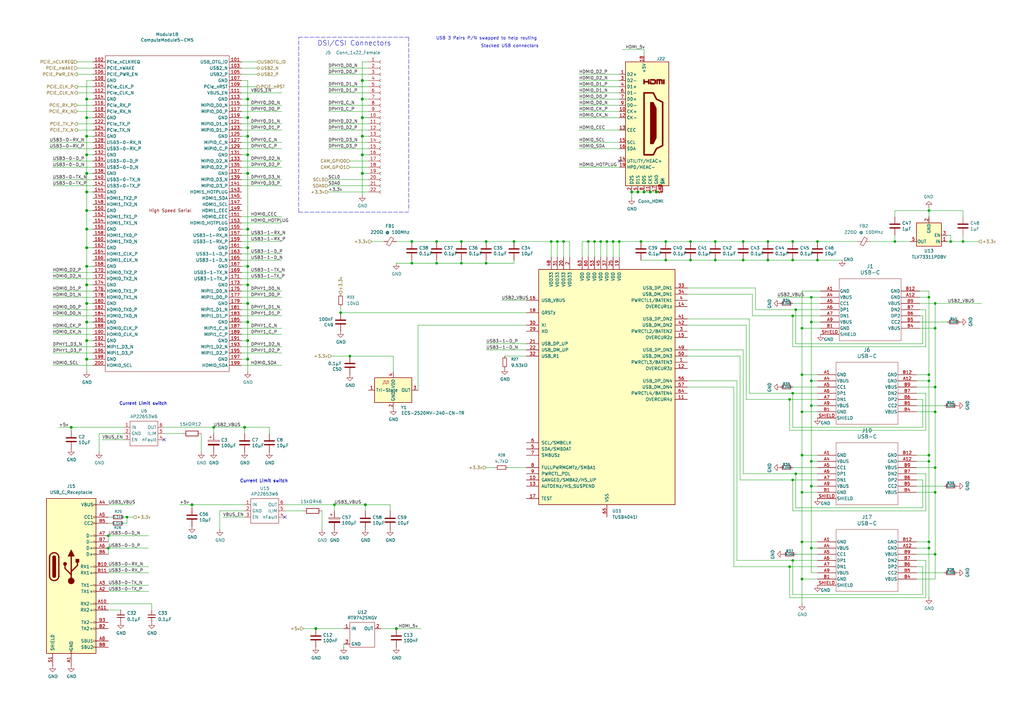
<source format=kicad_sch>
(kicad_sch (version 20250114) (generator "eeschema") (generator_version "9.0")
  (paper "A3")
  (title_block (title "Compute Module 5 IO Board - CM5 - Highspeed") (rev "1") (company "Copyright © 2024 Raspberry Pi Ltd.") (comment 1 "www.raspberrypi.com"))
  (text "USB 3 Pairs P/N swapped to help routing" (at 178.816 16.51 0) (effects (font (size 1.27 1.27)) (justify left bottom)))
  (text "Current Limit switch" (at 118.11 198.12 0) (effects (font (size 1.27 1.27)) (justify right bottom)))
  (text "Current Limit switch" (at 68.58 166.37 0) (effects (font (size 1.27 1.27)) (justify right bottom)))
  (text "DSI/CSI Connectors" (at 130.175 19.05 0) (effects (font (size 2.0066 2.0066)) (justify left bottom)))
  (text "Current Limit switch" (at 118.11 198.12 0) (effects (font (size 1.27 1.27)) (justify right bottom)))
  (text "Stacked USB connectors" (at 220.98 19.685 0) (effects (font (size 1.27 1.27)) (justify right bottom)))
  (text "Current Limit switch" (at 68.58 166.37 0) (effects (font (size 1.27 1.27)) (justify right bottom)))
  (junction (at 328.93 153.67))
  (junction (at 293.37 106.68))
  (junction (at 148.59 33.02) (diameter 1.016))
  (junction (at 254 99.06))
  (junction (at 389.89 99.06))
  (junction (at 381 156.21))
  (junction (at 383.54 168.91))
  (junction (at 328.93 168.91))
  (junction (at 243.84 99.06))
  (junction (at 332.74 121.92))
  (junction (at 35.56 147.32) (diameter 1.016))
  (junction (at 35.56 132.08) (diameter 1.016))
  (junction (at 137.16 207.01))
  (junction (at 332.74 189.23))
  (junction (at 332.74 224.79))
  (junction (at 101.6 132.08) (diameter 1.016))
  (junction (at 381 224.79))
  (junction (at 199.39 107.95))
  (junction (at 44.45 219.71))
  (junction (at 381 121.92))
  (junction (at 35.56 71.12) (diameter 1.016))
  (junction (at 101.6 55.88) (diameter 1.016))
  (junction (at 304.8 106.68))
  (junction (at 100.33 175.26) (diameter 1.016))
  (junction (at 326.39 127))
  (junction (at 328.93 201.93))
  (junction (at 383.54 201.93))
  (junction (at 304.8 99.06))
  (junction (at 381 153.67))
  (junction (at 332.74 156.21))
  (junction (at 210.82 99.06))
  (junction (at 381 86.36))
  (junction (at 381 186.69))
  (junction (at 266.7 78.74) (diameter 1.016))
  (junction (at 328.93 186.69))
  (junction (at 251.46 99.06))
  (junction (at 168.91 107.95))
  (junction (at 383.54 134.62))
  (junction (at 101.6 147.32) (diameter 1.016))
  (junction (at 179.07 107.95))
  (junction (at 383.54 124.46))
  (junction (at 335.28 99.06))
  (junction (at 283.21 99.06))
  (junction (at 35.56 40.64) (diameter 1.016))
  (junction (at 189.23 99.06))
  (junction (at 179.07 99.06))
  (junction (at 139.7 128.27))
  (junction (at 149.86 207.01) (diameter 1.016))
  (junction (at 293.37 99.06))
  (junction (at 101.6 40.64) (diameter 1.016))
  (junction (at 328.93 237.49))
  (junction (at 78.74 207.01) (diameter 1.016))
  (junction (at 148.59 55.88) (diameter 1.016))
  (junction (at 35.56 55.88) (diameter 1.016))
  (junction (at 101.6 101.6) (diameter 1.016))
  (junction (at 129.54 257.81) (diameter 1.016))
  (junction (at 101.6 124.46) (diameter 1.016))
  (junction (at 269.24 78.74) (diameter 1.016))
  (junction (at 283.21 106.68))
  (junction (at 273.05 106.68))
  (junction (at 228.6 99.06))
  (junction (at 148.59 48.26) (diameter 1.016))
  (junction (at 383.54 227.33))
  (junction (at 332.74 166.37))
  (junction (at 335.28 106.68))
  (junction (at 367.03 99.06))
  (junction (at 35.56 78.74) (diameter 1.016))
  (junction (at 101.6 116.84) (diameter 1.016))
  (junction (at 226.06 99.06))
  (junction (at 246.38 99.06))
  (junction (at 199.39 99.06))
  (junction (at 168.91 99.06))
  (junction (at 383.54 191.77))
  (junction (at 241.3 99.06))
  (junction (at 44.45 224.79))
  (junction (at 332.74 132.08))
  (junction (at 189.23 107.95))
  (junction (at 35.56 48.26) (diameter 1.016))
  (junction (at 101.6 63.5) (diameter 1.016))
  (junction (at 325.12 99.06))
  (junction (at 52.07 212.09))
  (junction (at 381 189.23))
  (junction (at 394.97 99.06))
  (junction (at 259.08 78.74) (diameter 1.016))
  (junction (at 325.12 106.68))
  (junction (at 29.21 175.26) (diameter 1.016))
  (junction (at 101.6 48.26) (diameter 1.016))
  (junction (at 35.56 139.7) (diameter 1.016))
  (junction (at 101.6 139.7) (diameter 1.016))
  (junction (at 248.92 99.06))
  (junction (at 314.96 99.06))
  (junction (at 148.59 63.5) (diameter 1.016))
  (junction (at 101.6 93.98) (diameter 1.016))
  (junction (at 35.56 101.6) (diameter 1.016))
  (junction (at 262.89 99.06))
  (junction (at 261.62 78.74) (diameter 1.016))
  (junction (at 328.93 134.62))
  (junction (at 273.05 99.06))
  (junction (at 323.85 163.83))
  (junction (at 325.12 229.87))
  (junction (at 35.56 116.84) (diameter 1.016))
  (junction (at 231.14 99.06))
  (junction (at 325.12 196.85))
  (junction (at 35.56 86.36) (diameter 1.016))
  (junction (at 332.74 199.39))
  (junction (at 325.12 161.29))
  (junction (at 101.6 71.12) (diameter 1.016))
  (junction (at 101.6 109.22) (diameter 1.016))
  (junction (at 35.56 63.5) (diameter 1.016))
  (junction (at 162.56 257.81) (diameter 1.016))
  (junction (at 314.96 106.68))
  (junction (at 328.93 222.25))
  (junction (at 381 222.25))
  (junction (at 264.16 78.74) (diameter 1.016))
  (junction (at 87.63 175.26))
  (junction (at 35.56 93.98) (diameter 1.016))
  (junction (at 325.12 129.54))
  (junction (at 326.39 194.31))
  (junction (at 383.54 158.75))
  (junction (at 148.59 40.64) (diameter 1.016))
  (junction (at 143.51 146.05))
  (junction (at 148.59 71.12) (diameter 1.016))
  (junction (at 35.56 124.46) (diameter 1.016))
  (junction (at 323.85 232.41))
  (junction (at 35.56 109.22) (diameter 1.016))
  (no_connect (at 116.84 212.09))
  (no_connect (at 67.31 180.34))
  (no_connect (at 254 66.04))
  (wire (pts (xy 281.94 130.81) (xy 307.34 130.81)))
  (wire (pts (xy 281.94 133.35) (xy 306.07 133.35)))
  (wire (pts (xy 99.06 144.78) (xy 115.57 144.78)))
  (wire (pts (xy 306.07 163.83) (xy 323.85 163.83)))
  (wire (pts (xy 389.89 99.06) (xy 394.97 99.06)))
  (wire (pts (xy 21.59 111.76) (xy 38.1 111.76)))
  (wire (pts (xy 21.59 142.24) (xy 38.1 142.24)))
  (wire (pts (xy 261.62 78.74) (xy 264.16 78.74)))
  (wire (pts (xy 367.03 99.06) (xy 373.38 99.06)))
  (wire (pts (xy 24.13 175.26) (xy 29.21 175.26)))
  (wire (pts (xy 326.39 140.97) (xy 326.39 127)))
  (wire (pts (xy 148.59 40.64) (xy 148.59 48.26)))
  (wire (pts (xy 325.12 161.29) (xy 325.12 175.26)))
  (wire (pts (xy 375.92 191.77) (xy 383.54 191.77)))
  (wire (pts (xy 281.94 120.65) (xy 308.61 120.65)))
  (wire (pts (xy 99.06 38.1) (xy 115.57 38.1)))
  (wire (pts (xy 335.28 199.39) (xy 332.74 199.39)))
  (wire (pts (xy 283.21 99.06) (xy 293.37 99.06)))
  (wire (pts (xy 35.56 63.5) (xy 35.56 71.12)))
  (wire (pts (xy 35.56 139.7) (xy 35.56 147.32)))
  (wire (pts (xy 377.19 124.46) (xy 383.54 124.46)))
  (wire (pts (xy 323.85 163.83) (xy 323.85 176.53)))
  (wire (pts (xy 379.73 161.29) (xy 379.73 176.53)))
  (wire (pts (xy 325.12 129.54) (xy 336.55 129.54)))
  (wire (pts (xy 67.31 177.8) (xy 74.93 177.8)))
  (wire (pts (xy 35.56 33.02) (xy 35.56 40.64)))
  (wire (pts (xy 35.56 86.36) (xy 35.56 93.98)))
  (wire (pts (xy 237.49 68.58) (xy 254 68.58)))
  (wire (pts (xy 171.45 133.35) (xy 215.9 133.35)))
  (wire (pts (xy 21.59 119.38) (xy 38.1 119.38)))
  (wire (pts (xy 381 156.21) (xy 381 186.69)))
  (wire (pts (xy 168.91 106.68) (xy 168.91 107.95)))
  (wire (pts (xy 377.19 127) (xy 379.73 127)))
  (wire (pts (xy 356.87 99.06) (xy 367.03 99.06)))
  (wire (pts (xy 325.12 196.85) (xy 335.28 196.85)))
  (wire (pts (xy 35.56 71.12) (xy 35.56 78.74)))
  (wire (pts (xy 35.56 101.6) (xy 35.56 109.22)))
  (wire (pts (xy 101.6 48.26) (xy 101.6 40.64)))
  (wire (pts (xy 314.96 106.68) (xy 325.12 106.68)))
  (wire (pts (xy 281.94 156.21) (xy 302.26 156.21)))
  (wire (pts (xy 379.73 245.11) (xy 323.85 245.11)))
  (wire (pts (xy 205.74 123.19) (xy 215.9 123.19)))
  (wire (pts (xy 143.51 146.05) (xy 161.29 146.05)))
  (wire (pts (xy 378.46 175.26) (xy 325.12 175.26)))
  (wire (pts (xy 99.06 30.48) (xy 105.41 30.48)))
  (wire (pts (xy 35.56 86.36) (xy 38.1 86.36)))
  (wire (pts (xy 189.23 99.06) (xy 199.39 99.06)))
  (wire (pts (xy 335.28 234.95) (xy 332.74 234.95)))
  (wire (pts (xy 248.92 99.06) (xy 251.46 99.06)))
  (wire (pts (xy 378.46 232.41) (xy 378.46 243.84)))
  (wire (pts (xy 379.73 209.55) (xy 325.12 209.55)))
  (wire (pts (xy 375.92 201.93) (xy 383.54 201.93)))
  (wire (pts (xy 328.93 134.62) (xy 328.93 153.67)))
  (wire (pts (xy 210.82 107.95) (xy 199.39 107.95)))
  (wire (pts (xy 44.45 214.63) (xy 45.72 214.63)))
  (wire (pts (xy 388.62 99.06) (xy 389.89 99.06)))
  (wire (pts (xy 148.59 63.5) (xy 151.13 63.5)))
  (wire (pts (xy 323.85 232.41) (xy 323.85 245.11)))
  (wire (pts (xy 148.59 33.02) (xy 148.59 40.64)))
  (wire (pts (xy 381 85.09) (xy 381 86.36)))
  (wire (pts (xy 35.56 109.22) (xy 35.56 116.84)))
  (wire (pts (xy 35.56 48.26) (xy 35.56 55.88)))
  (wire (pts (xy 293.37 99.06) (xy 304.8 99.06)))
  (wire (pts (xy 35.56 132.08) (xy 38.1 132.08)))
  (wire (pts (xy 101.6 71.12) (xy 101.6 63.5)))
  (wire (pts (xy 129.54 257.81) (xy 140.97 257.81)))
  (wire (pts (xy 241.3 105.41) (xy 241.3 99.06)))
  (wire (pts (xy 251.46 99.06) (xy 254 99.06)))
  (wire (pts (xy 237.49 53.34) (xy 254 53.34)))
  (wire (pts (xy 328.93 119.38) (xy 328.93 134.62)))
  (wire (pts (xy 375.92 234.95) (xy 387.35 234.95)))
  (wire (pts (xy 99.06 119.38) (xy 115.57 119.38)))
  (wire (pts (xy 266.7 78.74) (xy 269.24 78.74)))
  (wire (pts (xy 377.19 132.08) (xy 388.62 132.08)))
  (polyline (pts (xy 167.64 15.24) (xy 167.64 86.36)) (stroke (width 0) (type dash)))
  (wire (pts (xy 31.75 38.1) (xy 38.1 38.1)))
  (wire (pts (xy 375.92 232.41) (xy 378.46 232.41)))
  (wire (pts (xy 35.56 109.22) (xy 38.1 109.22)))
  (wire (pts (xy 375.92 189.23) (xy 381 189.23)))
  (wire (pts (xy 38.1 147.32) (xy 35.56 147.32)))
  (wire (pts (xy 148.59 55.88) (xy 148.59 63.5)))
  (wire (pts (xy 381 153.67) (xy 381 156.21)))
  (wire (pts (xy 99.06 101.6) (xy 101.6 101.6)))
  (wire (pts (xy 304.8 194.31) (xy 326.39 194.31)))
  (wire (pts (xy 162.56 99.06) (xy 168.91 99.06)))
  (wire (pts (xy 156.21 257.81) (xy 162.56 257.81)))
  (wire (pts (xy 148.59 48.26) (xy 151.13 48.26)))
  (wire (pts (xy 335.28 156.21) (xy 332.74 156.21)))
  (wire (pts (xy 35.56 55.88) (xy 35.56 63.5)))
  (wire (pts (xy 21.59 114.3) (xy 38.1 114.3)))
  (wire (pts (xy 237.49 60.96) (xy 254 60.96)))
  (wire (pts (xy 31.75 27.94) (xy 38.1 27.94)))
  (wire (pts (xy 44.45 232.41) (xy 60.96 232.41)))
  (wire (pts (xy 383.54 158.75) (xy 383.54 134.62)))
  (wire (pts (xy 381 186.69) (xy 381 189.23)))
  (wire (pts (xy 99.06 40.64) (xy 101.6 40.64)))
  (wire (pts (xy 308.61 120.65) (xy 308.61 129.54)))
  (wire (pts (xy 151.13 73.66) (xy 134.62 73.66)))
  (wire (pts (xy 318.77 121.92) (xy 332.74 121.92)))
  (wire (pts (xy 325.12 229.87) (xy 335.28 229.87)))
  (wire (pts (xy 21.59 73.66) (xy 38.1 73.66)))
  (wire (pts (xy 375.92 224.79) (xy 381 224.79)))
  (wire (pts (xy 208.28 191.77) (xy 215.9 191.77)))
  (wire (pts (xy 21.59 127) (xy 38.1 127)))
  (wire (pts (xy 388.62 96.52) (xy 389.89 96.52)))
  (wire (pts (xy 149.86 207.01) (xy 160.02 207.01)))
  (wire (pts (xy 283.21 106.68) (xy 293.37 106.68)))
  (wire (pts (xy 378.46 163.83) (xy 378.46 175.26)))
  (wire (pts (xy 139.7 128.27) (xy 215.9 128.27)))
  (wire (pts (xy 21.59 66.04) (xy 38.1 66.04)))
  (wire (pts (xy 207.01 146.05) (xy 215.9 146.05)))
  (wire (pts (xy 377.19 121.92) (xy 381 121.92)))
  (wire (pts (xy 101.6 124.46) (xy 101.6 132.08)))
  (wire (pts (xy 137.16 207.01) (xy 149.86 207.01)))
  (wire (pts (xy 40.64 177.8) (xy 40.64 185.42)))
  (wire (pts (xy 99.06 149.86) (xy 115.57 149.86)))
  (wire (pts (xy 41.91 180.34) (xy 50.8 180.34)))
  (wire (pts (xy 149.86 209.55) (xy 149.86 207.01)))
  (wire (pts (xy 325.12 106.68) (xy 335.28 106.68)))
  (wire (pts (xy 394.97 88.9) (xy 394.97 86.36)))
  (wire (pts (xy 237.49 43.18) (xy 254 43.18)))
  (wire (pts (xy 332.74 132.08) (xy 332.74 121.92)))
  (wire (pts (xy 101.6 116.84) (xy 101.6 124.46)))
  (wire (pts (xy 21.59 129.54) (xy 38.1 129.54)))
  (wire (pts (xy 335.28 106.68) (xy 345.44 106.68)))
  (wire (pts (xy 383.54 134.62) (xy 383.54 124.46)))
  (wire (pts (xy 383.54 201.93) (xy 383.54 227.33)))
  (wire (pts (xy 307.34 130.81) (xy 307.34 161.29)))
  (wire (pts (xy 251.46 99.06) (xy 251.46 105.41)))
  (wire (pts (xy 335.28 189.23) (xy 332.74 189.23)))
  (wire (pts (xy 325.12 161.29) (xy 335.28 161.29)))
  (wire (pts (xy 21.59 76.2) (xy 38.1 76.2)))
  (wire (pts (xy 226.06 99.06) (xy 226.06 105.41)))
  (wire (pts (xy 248.92 99.06) (xy 248.92 105.41)))
  (wire (pts (xy 101.6 147.32) (xy 101.6 152.4)))
  (wire (pts (xy 99.06 50.8) (xy 115.57 50.8)))
  (wire (pts (xy 50.8 212.09) (xy 52.07 212.09)))
  (wire (pts (xy 293.37 106.68) (xy 304.8 106.68)))
  (wire (pts (xy 100.33 177.8) (xy 100.33 175.26)))
  (wire (pts (xy 44.45 207.01) (xy 54.61 207.01)))
  (wire (pts (xy 38.1 43.18) (xy 31.75 43.18)))
  (wire (pts (xy 99.06 76.2) (xy 115.57 76.2)))
  (wire (pts (xy 243.84 99.06) (xy 246.38 99.06)))
  (wire (pts (xy 162.56 257.81) (xy 172.72 257.81)))
  (wire (pts (xy 179.07 107.95) (xy 168.91 107.95)))
  (wire (pts (xy 31.75 30.48) (xy 38.1 30.48)))
  (wire (pts (xy 99.06 132.08) (xy 101.6 132.08)))
  (wire (pts (xy 259.08 78.74) (xy 259.08 81.28)))
  (wire (pts (xy 31.75 53.34) (xy 38.1 53.34)))
  (wire (pts (xy 375.92 194.31) (xy 379.73 194.31)))
  (wire (pts (xy 304.8 143.51) (xy 304.8 194.31)))
  (wire (pts (xy 377.19 134.62) (xy 383.54 134.62)))
  (wire (pts (xy 325.12 99.06) (xy 335.28 99.06)))
  (wire (pts (xy 237.49 40.64) (xy 254 40.64)))
  (wire (pts (xy 99.06 88.9) (xy 115.57 88.9)))
  (wire (pts (xy 82.55 177.8) (xy 82.55 185.42)))
  (wire (pts (xy 336.55 132.08) (xy 332.74 132.08)))
  (wire (pts (xy 140.97 264.16) (xy 140.97 265.43)))
  (wire (pts (xy 50.8 177.8) (xy 40.64 177.8)))
  (wire (pts (xy 332.74 132.08) (xy 332.74 156.21)))
  (wire (pts (xy 35.56 63.5) (xy 38.1 63.5)))
  (wire (pts (xy 367.03 86.36) (xy 381 86.36)))
  (wire (pts (xy 143.51 68.58) (xy 151.13 68.58)))
  (wire (pts (xy 99.06 48.26) (xy 101.6 48.26)))
  (wire (pts (xy 238.76 99.06) (xy 241.3 99.06)))
  (wire (pts (xy 307.34 161.29) (xy 325.12 161.29)))
  (wire (pts (xy 326.39 194.31) (xy 326.39 208.28)))
  (wire (pts (xy 325.12 158.75) (xy 335.28 158.75)))
  (wire (pts (xy 262.89 99.06) (xy 273.05 99.06)))
  (wire (pts (xy 134.62 58.42) (xy 151.13 58.42)))
  (wire (pts (xy 44.45 219.71) (xy 60.96 219.71)))
  (wire (pts (xy 381 224.79) (xy 381 245.11)))
  (wire (pts (xy 335.28 201.93) (xy 328.93 201.93)))
  (wire (pts (xy 134.62 35.56) (xy 151.13 35.56)))
  (wire (pts (xy 302.26 229.87) (xy 325.12 229.87)))
  (wire (pts (xy 189.23 107.95) (xy 179.07 107.95)))
  (wire (pts (xy 44.45 247.65) (xy 62.23 247.65)))
  (wire (pts (xy 325.12 142.24) (xy 379.73 142.24)))
  (wire (pts (xy 44.45 250.19) (xy 49.53 250.19)))
  (wire (pts (xy 383.54 124.46) (xy 402.59 124.46)))
  (wire (pts (xy 335.28 224.79) (xy 332.74 224.79)))
  (wire (pts (xy 171.45 160.02) (xy 171.45 133.35)))
  (wire (pts (xy 38.1 45.72) (xy 31.75 45.72)))
  (wire (pts (xy 375.92 229.87) (xy 379.73 229.87)))
  (wire (pts (xy 101.6 93.98) (xy 101.6 101.6)))
  (wire (pts (xy 241.3 99.06) (xy 243.84 99.06)))
  (wire (pts (xy 367.03 88.9) (xy 367.03 86.36)))
  (wire (pts (xy 134.62 53.34) (xy 151.13 53.34)))
  (wire (pts (xy 134.62 38.1) (xy 151.13 38.1)))
  (wire (pts (xy 306.07 133.35) (xy 306.07 163.83)))
  (wire (pts (xy 135.89 146.05) (xy 143.51 146.05)))
  (wire (pts (xy 336.55 119.38) (xy 328.93 119.38)))
  (wire (pts (xy 35.56 116.84) (xy 35.56 124.46)))
  (wire (pts (xy 332.74 234.95) (xy 332.74 224.79)))
  (wire (pts (xy 303.53 196.85) (xy 325.12 196.85)))
  (wire (pts (xy 383.54 168.91) (xy 383.54 158.75)))
  (wire (pts (xy 44.45 224.79) (xy 60.96 224.79)))
  (wire (pts (xy 35.56 40.64) (xy 38.1 40.64)))
  (polyline (pts (xy 122.555 86.995) (xy 167.64 86.995)) (stroke (width 0) (type dash)))
  (wire (pts (xy 394.97 96.52) (xy 394.97 99.06)))
  (wire (pts (xy 139.7 128.27) (xy 139.7 125.73)))
  (wire (pts (xy 38.1 139.7) (xy 35.56 139.7)))
  (wire (pts (xy 231.14 105.41) (xy 231.14 99.06)))
  (wire (pts (xy 99.06 73.66) (xy 115.57 73.66)))
  (wire (pts (xy 381 121.92) (xy 381 153.67)))
  (wire (pts (xy 168.91 107.95) (xy 162.56 107.95)))
  (wire (pts (xy 67.31 175.26) (xy 87.63 175.26)))
  (wire (pts (xy 335.28 232.41) (xy 323.85 232.41)))
  (wire (pts (xy 99.06 45.72) (xy 115.57 45.72)))
  (wire (pts (xy 87.63 175.26) (xy 100.33 175.26)))
  (wire (pts (xy 21.59 134.62) (xy 38.1 134.62)))
  (wire (pts (xy 29.21 175.26) (xy 50.8 175.26)))
  (wire (pts (xy 199.39 191.77) (xy 203.2 191.77)))
  (wire (pts (xy 237.49 38.1) (xy 254 38.1)))
  (wire (pts (xy 148.59 25.4) (xy 148.59 33.02)))
  (wire (pts (xy 264.16 78.74) (xy 266.7 78.74)))
  (wire (pts (xy 35.56 124.46) (xy 38.1 124.46)))
  (wire (pts (xy 326.39 127) (xy 336.55 127)))
  (wire (pts (xy 210.82 99.06) (xy 226.06 99.06)))
  (wire (pts (xy 90.17 209.55) (xy 90.17 217.17)))
  (wire (pts (xy 199.39 143.51) (xy 215.9 143.51)))
  (wire (pts (xy 44.45 234.95) (xy 60.96 234.95)))
  (wire (pts (xy 199.39 106.68) (xy 199.39 107.95)))
  (wire (pts (xy 124.46 257.81) (xy 129.54 257.81)))
  (wire (pts (xy 152.4 99.06) (xy 157.48 99.06)))
  (wire (pts (xy 99.06 68.58) (xy 115.57 68.58)))
  (wire (pts (xy 325.12 191.77) (xy 335.28 191.77)))
  (wire (pts (xy 243.84 99.06) (xy 243.84 105.41)))
  (wire (pts (xy 99.06 55.88) (xy 101.6 55.88)))
  (wire (pts (xy 148.59 71.12) (xy 151.13 71.12)))
  (wire (pts (xy 168.91 99.06) (xy 179.07 99.06)))
  (wire (pts (xy 99.06 58.42) (xy 115.57 58.42)))
  (wire (pts (xy 99.06 116.84) (xy 101.6 116.84)))
  (wire (pts (xy 378.46 129.54) (xy 378.46 140.97)))
  (wire (pts (xy 78.74 208.28) (xy 78.74 207.01)))
  (wire (pts (xy 389.89 96.52) (xy 389.89 99.06)))
  (wire (pts (xy 99.06 93.98) (xy 101.6 93.98)))
  (wire (pts (xy 304.8 106.68) (xy 314.96 106.68)))
  (wire (pts (xy 148.59 71.12) (xy 148.59 80.01)))
  (wire (pts (xy 31.75 35.56) (xy 38.1 35.56)))
  (wire (pts (xy 101.6 139.7) (xy 101.6 147.32)))
  (wire (pts (xy 101.6 55.88) (xy 101.6 48.26)))
  (wire (pts (xy 31.75 25.4) (xy 38.1 25.4)))
  (wire (pts (xy 273.05 106.68) (xy 283.21 106.68)))
  (wire (pts (xy 381 222.25) (xy 381 224.79)))
  (wire (pts (xy 332.74 121.92) (xy 336.55 121.92)))
  (wire (pts (xy 228.6 99.06) (xy 226.06 99.06)))
  (wire (pts (xy 379.73 194.31) (xy 379.73 209.55)))
  (wire (pts (xy 309.88 118.11) (xy 309.88 127)))
  (wire (pts (xy 134.62 60.96) (xy 151.13 60.96)))
  (wire (pts (xy 99.06 134.62) (xy 115.57 134.62)))
  (wire (pts (xy 323.85 163.83) (xy 335.28 163.83)))
  (wire (pts (xy 335.28 99.06) (xy 351.79 99.06)))
  (wire (pts (xy 99.06 91.44) (xy 115.57 91.44)))
  (wire (pts (xy 381 189.23) (xy 381 222.25)))
  (wire (pts (xy 31.75 50.8) (xy 38.1 50.8)))
  (wire (pts (xy 151.13 78.74) (xy 134.62 78.74)))
  (wire (pts (xy 99.06 66.04) (xy 115.57 66.04)))
  (wire (pts (xy 237.49 30.48) (xy 254 30.48)))
  (wire (pts (xy 375.92 168.91) (xy 383.54 168.91)))
  (wire (pts (xy 281.94 118.11) (xy 309.88 118.11)))
  (wire (pts (xy 134.62 27.94) (xy 151.13 27.94)))
  (wire (pts (xy 101.6 109.22) (xy 101.6 116.84)))
  (wire (pts (xy 116.84 209.55) (xy 124.46 209.55)))
  (wire (pts (xy 199.39 107.95) (xy 189.23 107.95)))
  (wire (pts (xy 300.99 232.41) (xy 300.99 158.75)))
  (wire (pts (xy 383.54 201.93) (xy 383.54 191.77)))
  (wire (pts (xy 314.96 99.06) (xy 325.12 99.06)))
  (wire (pts (xy 99.06 43.18) (xy 115.57 43.18)))
  (wire (pts (xy 35.56 93.98) (xy 38.1 93.98)))
  (wire (pts (xy 332.74 189.23) (xy 332.74 166.37)))
  (wire (pts (xy 302.26 156.21) (xy 302.26 229.87)))
  (wire (pts (xy 35.56 116.84) (xy 38.1 116.84)))
  (wire (pts (xy 325.12 196.85) (xy 325.12 209.55)))
  (wire (pts (xy 52.07 214.63) (xy 52.07 212.09)))
  (wire (pts (xy 134.62 50.8) (xy 151.13 50.8)))
  (wire (pts (xy 99.06 63.5) (xy 101.6 63.5)))
  (wire (pts (xy 38.1 33.02) (xy 35.56 33.02)))
  (polyline (pts (xy 122.555 15.24) (xy 168.148 15.24)) (stroke (width 0) (type dash)))
  (wire (pts (xy 323.85 232.41) (xy 300.99 232.41)))
  (wire (pts (xy 254 99.06) (xy 262.89 99.06)))
  (wire (pts (xy 73.66 207.01) (xy 78.74 207.01)))
  (wire (pts (xy 21.59 144.78) (xy 38.1 144.78)))
  (wire (pts (xy 99.06 142.24) (xy 115.57 142.24)))
  (wire (pts (xy 332.74 156.21) (xy 332.74 166.37)))
  (wire (pts (xy 179.07 106.68) (xy 179.07 107.95)))
  (wire (pts (xy 326.39 227.33) (xy 335.28 227.33)))
  (wire (pts (xy 148.59 40.64) (xy 151.13 40.64)))
  (wire (pts (xy 381 86.36) (xy 381 88.9)))
  (wire (pts (xy 264.16 20.32) (xy 264.16 22.86)))
  (wire (pts (xy 328.93 222.25) (xy 328.93 237.49)))
  (wire (pts (xy 335.28 222.25) (xy 328.93 222.25)))
  (wire (pts (xy 100.33 175.26) (xy 110.49 175.26)))
  (wire (pts (xy 35.56 71.12) (xy 38.1 71.12)))
  (wire (pts (xy 35.56 124.46) (xy 35.56 132.08)))
  (wire (pts (xy 99.06 60.96) (xy 115.57 60.96)))
  (wire (pts (xy 99.06 127) (xy 115.57 127)))
  (wire (pts (xy 87.63 175.26) (xy 87.63 177.8)))
  (wire (pts (xy 231.14 99.06) (xy 228.6 99.06)))
  (wire (pts (xy 335.28 153.67) (xy 328.93 153.67)))
  (wire (pts (xy 379.73 176.53) (xy 323.85 176.53)))
  (wire (pts (xy 35.56 101.6) (xy 38.1 101.6)))
  (wire (pts (xy 148.59 33.02) (xy 151.13 33.02)))
  (wire (pts (xy 394.97 86.36) (xy 381 86.36)))
  (wire (pts (xy 309.88 127) (xy 326.39 127)))
  (wire (pts (xy 20.32 60.96) (xy 38.1 60.96)))
  (wire (pts (xy 269.24 78.74) (xy 271.78 78.74)))
  (wire (pts (xy 99.06 124.46) (xy 101.6 124.46)))
  (wire (pts (xy 35.56 55.88) (xy 38.1 55.88)))
  (wire (pts (xy 332.74 224.79) (xy 332.74 199.39)))
  (wire (pts (xy 44.45 224.79) (xy 44.45 227.33)))
  (wire (pts (xy 99.06 96.52) (xy 115.57 96.52)))
  (wire (pts (xy 115.57 99.06) (xy 99.06 99.06)))
  (wire (pts (xy 100.33 209.55) (xy 90.17 209.55)))
  (wire (pts (xy 378.46 129.54) (xy 377.19 129.54)))
  (wire (pts (xy 21.59 149.86) (xy 38.1 149.86)))
  (wire (pts (xy 134.62 30.48) (xy 151.13 30.48)))
  (wire (pts (xy 375.92 237.49) (xy 383.54 237.49)))
  (wire (pts (xy 99.06 109.22) (xy 101.6 109.22)))
  (wire (pts (xy 151.13 25.4) (xy 148.59 25.4)))
  (wire (pts (xy 375.92 196.85) (xy 378.46 196.85)))
  (wire (pts (xy 237.49 45.72) (xy 254 45.72)))
  (wire (pts (xy 161.29 152.4) (xy 161.29 146.05)))
  (wire (pts (xy 328.93 237.49) (xy 328.93 247.65)))
  (wire (pts (xy 273.05 99.06) (xy 283.21 99.06)))
  (wire (pts (xy 143.51 66.04) (xy 151.13 66.04)))
  (wire (pts (xy 99.06 53.34) (xy 115.57 53.34)))
  (wire (pts (xy 259.08 78.74) (xy 261.62 78.74)))
  (wire (pts (xy 255.27 20.32) (xy 264.16 20.32)))
  (wire (pts (xy 35.56 132.08) (xy 35.56 139.7)))
  (wire (pts (xy 199.39 99.06) (xy 210.82 99.06)))
  (wire (pts (xy 336.55 134.62) (xy 328.93 134.62)))
  (wire (pts (xy 99.06 129.54) (xy 115.57 129.54)))
  (wire (pts (xy 99.06 27.94) (xy 105.41 27.94)))
  (wire (pts (xy 20.32 58.42) (xy 38.1 58.42)))
  (wire (pts (xy 101.6 40.64) (xy 101.6 33.02)))
  (wire (pts (xy 44.45 240.03) (xy 60.96 240.03)))
  (wire (pts (xy 228.6 105.41) (xy 228.6 99.06)))
  (wire (pts (xy 375.92 227.33) (xy 383.54 227.33)))
  (wire (pts (xy 378.46 196.85) (xy 378.46 208.28)))
  (wire (pts (xy 137.16 207.01) (xy 137.16 209.55)))
  (wire (pts (xy 233.68 99.06) (xy 231.14 99.06)))
  (wire (pts (xy 148.59 48.26) (xy 148.59 55.88)))
  (wire (pts (xy 325.12 124.46) (xy 336.55 124.46)))
  (wire (pts (xy 179.07 99.06) (xy 189.23 99.06)))
  (wire (pts (xy 101.6 63.5) (xy 101.6 55.88)))
  (wire (pts (xy 238.76 105.41) (xy 238.76 99.06)))
  (wire (pts (xy 328.93 186.69) (xy 328.93 201.93)))
  (wire (pts (xy 99.06 104.14) (xy 115.57 104.14)))
  (wire (pts (xy 44.45 212.09) (xy 45.72 212.09)))
  (wire (pts (xy 210.82 106.68) (xy 210.82 107.95)))
  (wire (pts (xy 383.54 191.77) (xy 383.54 168.91)))
  (wire (pts (xy 44.45 219.71) (xy 44.45 222.25)))
  (wire (pts (xy 246.38 99.06) (xy 248.92 99.06)))
  (wire (pts (xy 151.13 76.2) (xy 134.62 76.2)))
  (wire (pts (xy 328.93 153.67) (xy 328.93 168.91)))
  (wire (pts (xy 237.49 58.42) (xy 254 58.42)))
  (wire (pts (xy 62.23 247.65) (xy 62.23 250.19)))
  (wire (pts (xy 335.28 237.49) (xy 328.93 237.49)))
  (wire (pts (xy 99.06 106.68) (xy 115.57 106.68)))
  (wire (pts (xy 35.56 78.74) (xy 38.1 78.74)))
  (wire (pts (xy 189.23 106.68) (xy 189.23 107.95)))
  (wire (pts (xy 246.38 99.06) (xy 246.38 105.41)))
  (wire (pts (xy 101.6 132.08) (xy 101.6 139.7)))
  (wire (pts (xy 35.56 48.26) (xy 38.1 48.26)))
  (wire (pts (xy 99.06 35.56) (xy 105.41 35.56)))
  (wire (pts (xy 50.8 214.63) (xy 52.07 214.63)))
  (wire (pts (xy 44.45 242.57) (xy 60.96 242.57)))
  (wire (pts (xy 99.06 121.92) (xy 115.57 121.92)))
  (wire (pts (xy 78.74 207.01) (xy 100.33 207.01)))
  (wire (pts (xy 101.6 71.12) (xy 101.6 93.98)))
  (wire (pts (xy 134.62 43.18) (xy 151.13 43.18)))
  (wire (pts (xy 52.07 212.09) (xy 54.61 212.09)))
  (wire (pts (xy 199.39 140.97) (xy 215.9 140.97)))
  (wire (pts (xy 281.94 143.51) (xy 304.8 143.51)))
  (wire (pts (xy 325.12 142.24) (xy 325.12 129.54)))
  (wire (pts (xy 35.56 93.98) (xy 35.56 101.6)))
  (wire (pts (xy 375.92 158.75) (xy 383.54 158.75)))
  (wire (pts (xy 367.03 96.52) (xy 367.03 99.06)))
  (wire (pts (xy 375.92 199.39) (xy 387.35 199.39)))
  (wire (pts (xy 328.93 168.91) (xy 328.93 186.69)))
  (wire (pts (xy 377.19 119.38) (xy 381 119.38)))
  (wire (pts (xy 328.93 201.93) (xy 328.93 222.25)))
  (wire (pts (xy 99.06 71.12) (xy 101.6 71.12)))
  (wire (pts (xy 281.94 146.05) (xy 303.53 146.05)))
  (polyline (pts (xy 122.4753 86.9821) (xy 122.555 15.24)) (stroke (width 0) (type dash)))
  (wire (pts (xy 91.44 212.09) (xy 100.33 212.09)))
  (wire (pts (xy 21.59 68.58) (xy 38.1 68.58)))
  (wire (pts (xy 99.06 114.3) (xy 115.57 114.3)))
  (wire (pts (xy 29.21 176.53) (xy 29.21 175.26)))
  (wire (pts (xy 378.46 243.84) (xy 325.12 243.84)))
  (wire (pts (xy 375.92 166.37) (xy 387.35 166.37)))
  (wire (pts (xy 101.6 33.02) (xy 99.06 33.02)))
  (wire (pts (xy 379.73 127) (xy 379.73 142.24)))
  (wire (pts (xy 332.74 199.39) (xy 332.74 189.23)))
  (wire (pts (xy 148.59 63.5) (xy 148.59 71.12)))
  (wire (pts (xy 101.6 101.6) (xy 101.6 109.22)))
  (wire (pts (xy 21.59 121.92) (xy 38.1 121.92)))
  (wire (pts (xy 335.28 166.37) (xy 332.74 166.37)))
  (wire (pts (xy 35.56 78.74) (xy 35.56 86.36)))
  (wire (pts (xy 375.92 156.21) (xy 381 156.21)))
  (wire (pts (xy 326.39 194.31) (xy 335.28 194.31)))
  (wire (pts (xy 35.56 147.32) (xy 35.56 152.4)))
  (wire (pts (xy 262.89 106.68) (xy 273.05 106.68)))
  (wire (pts (xy 132.08 209.55) (xy 132.08 217.17)))
  (wire (pts (xy 379.73 229.87) (xy 379.73 245.11)))
  (wire (pts (xy 335.28 186.69) (xy 328.93 186.69)))
  (wire (pts (xy 304.8 99.06) (xy 314.96 99.06)))
  (wire (pts (xy 99.06 147.32) (xy 101.6 147.32)))
  (wire (pts (xy 110.49 175.26) (xy 110.49 177.8)))
  (wire (pts (xy 375.92 222.25) (xy 381 222.25)))
  (wire (pts (xy 326.39 140.97) (xy 378.46 140.97)))
  (wire (pts (xy 35.56 40.64) (xy 35.56 48.26)))
  (wire (pts (xy 303.53 146.05) (xy 303.53 196.85)))
  (wire (pts (xy 375.92 161.29) (xy 379.73 161.29)))
  (wire (pts (xy 148.59 55.88) (xy 151.13 55.88)))
  (wire (pts (xy 375.92 186.69) (xy 381 186.69)))
  (wire (pts (xy 99.06 139.7) (xy 101.6 139.7)))
  (wire (pts (xy 237.49 33.02) (xy 254 33.02)))
  (wire (pts (xy 375.92 163.83) (xy 378.46 163.83)))
  (wire (pts (xy 378.46 208.28) (xy 326.39 208.28)))
  (wire (pts (xy 383.54 227.33) (xy 383.54 237.49)))
  (wire (pts (xy 375.92 153.67) (xy 381 153.67)))
  (wire (pts (xy 308.61 129.54) (xy 325.12 129.54)))
  (wire (pts (xy 233.68 105.41) (xy 233.68 99.06)))
  (wire (pts (xy 394.97 99.06) (xy 401.32 99.06)))
  (wire (pts (xy 381 119.38) (xy 381 121.92)))
  (wire (pts (xy 21.59 137.16) (xy 38.1 137.16)))
  (wire (pts (xy 237.49 35.56) (xy 254 35.56)))
  (wire (pts (xy 237.49 48.26) (xy 254 48.26)))
  (wire (pts (xy 335.28 168.91) (xy 328.93 168.91)))
  (wire (pts (xy 254 99.06) (xy 254 105.41)))
  (wire (pts (xy 116.84 207.01) (xy 137.16 207.01)))
  (wire (pts (xy 160.02 207.01) (xy 160.02 209.55)))
  (wire (pts (xy 99.06 137.16) (xy 115.57 137.16)))
  (wire (pts (xy 134.62 45.72) (xy 151.13 45.72)))
  (wire (pts (xy 99.06 111.76) (xy 115.57 111.76)))
  (wire (pts (xy 325.12 229.87) (xy 325.12 243.84)))
  (wire (pts (xy 105.41 25.4) (xy 99.06 25.4)))
  (wire (pts (xy 281.94 158.75) (xy 300.99 158.75)))
  (label "HDMI0_D1_N" (at 21.59 121.92 0))
  (label "DPHY1_D3_P" (at 21.59 144.78 0))
  (label "DPHY0_D1_P" (at 114.935 53.34 180))
  (label "DPHY0_D2_N" (at 134.62 50.8 0))
  (label "HDMI0_CK_N" (at 237.49 48.26 0))
  (label "USB3-1-D_N" (at 102.87 106.68 0))
  (label "VBUS_EN" (at 102.87 38.1 0))
  (label "HDMI0_D2_N" (at 237.49 33.02 0))
  (label "HDMI0_D1_N" (at 237.49 38.1 0))
  (label "SDA0" (at 134.62 76.2 0))
  (label "DPHY0_D0_P" (at 114.935 45.72 180))
  (label "HDMI0_D0_P" (at 237.49 40.64 0))
  (label "DPHY1_C_N" (at 102.87 134.62 0))
  (label "USB3-0-TX_N" (at 44.45 240.03 0))
  (label "DPHY0_D0_N" (at 134.62 27.94 0))
  (label "USB3-0-D_N" (at 21.59 68.58 0))
  (label "SCL0" (at 134.62 73.66 0))
  (label "USB2_VBUS" (at 205.74 123.19 0))
  (label "HDMI0_D2_P" (at 21.59 111.76 0))
  (label "DPHY1_D2_N" (at 102.87 142.24 0))
  (label "+3.3v" (at 134.62 78.74 0))
  (label "USB3-0-TX_N" (at 21.59 73.66 0))
  (label "VBUS_EN" (at 41.91 180.34 0))
  (label "USB3-1-TX_P" (at 102.87 114.3 0))
  (label "+5v" (at 24.13 175.26 0))
  (label "HDMI0_CK_P" (at 21.59 134.62 0))
  (label "USB3-1-RX_P" (at 102.87 99.06 0))
  (label "USB3-0-TX_P" (at 21.59 76.2 0))
  (label "DPHY0_D3_P" (at 114.935 76.2 180))
  (label "+5v" (at 73.66 207.01 0))
  (label "USB3-0-RX_N" (at 20.32 58.42 0))
  (label "USB3-0-RX_P" (at 44.45 234.95 0))
  (label "DPHY0_D0_P" (at 134.62 30.48 0))
  (label "USB3_VBUS" (at 44.45 207.01 0))
  (label "USB3-1-TX_N" (at 102.87 111.76 0))
  (label "USB3-1-D_N" (at 199.39 143.51 0))
  (label "DPHY0_C_P" (at 102.87 60.96 0))
  (label "DPHY1_C_P" (at 102.87 137.16 0))
  (label "USB3-0-TX_P" (at 44.45 242.57 0))
  (label "HDMI0_CK_N" (at 21.59 137.16 0))
  (label "HDMI0_CEC" (at 102.87 88.9 0))
  (label "HDMI0_D2_N" (at 21.59 114.3 0))
  (label "HDMI0_D0_N" (at 237.49 43.18 0))
  (label "HDMI0_HOTPLUG" (at 237.49 68.58 0))
  (label "DPHY1_D1_N" (at 114.935 127 180))
  (label "DPHY0_D2_N" (at 102.87 66.04 0))
  (label "HDMI0_D1_P" (at 21.59 119.38 0))
  (label "DPHY0_D3_N" (at 114.935 73.66 180))
  (label "HDMI0_D0_P" (at 21.59 127 0))
  (label "DPHY0_C_N" (at 134.62 43.18 0))
  (label "DPHY0_D2_P" (at 102.87 68.58 0))
  (label "USB3-0-RX_N" (at 44.45 232.41 0))
  (label "USB3-0-D_N" (at 44.45 219.71 0))
  (label "DPHY0_D2_P" (at 134.62 53.34 0))
  (label "HDMI0_D2_P" (at 237.49 30.48 0))
  (label "DPHY0_D1_N" (at 114.935 50.8 180))
  (label "DPHY0_D3_P" (at 134.62 60.96 0))
  (label "DPHY0_D1_N" (at 134.62 35.56 0))
  (label "HDMI_5v" (at 171.45 257.81 180))
  (label "DPHY0_D3_N" (at 134.62 58.42 0))
  (label "USB3-1-RX_N" (at 102.87 96.52 0))
  (label "USB2_VBUS" (at 87.63 175.26 0))
  (label "USB3-0-D_P" (at 21.59 66.04 0))
  (label "VBUS_EN" (at 91.44 212.09 0))
  (label "HDMI0_SCL" (at 21.59 149.86 0))
  (label "DPHY1_D0_N" (at 114.935 119.38 180))
  (label "DPHY1_D0_P" (at 114.935 121.92 180))
  (label "DPHY0_D1_P" (at 134.62 38.1 0))
  (label "HDMI0_CK_P" (at 237.49 45.72 0))
  (label "USB3-0-D_P" (at 44.45 224.79 0))
  (label "DPHY1_D2_P" (at 102.87 144.78 0))
  (label "USB3-0-RX_P" (at 20.32 60.96 0))
  (label "DPHY1_D1_P" (at 114.935 129.54 180))
  (label "HDMI0_HOTPLUG" (at 102.87 91.44 0))
  (label "USB2_VBUS" (at 318.77 121.92 0))
  (label "HDMI0_CEC" (at 237.49 53.34 0))
  (label "DPHY0_D0_N" (at 114.935 43.18 180))
  (label "HDMI0_SDA" (at 237.49 60.96 0))
  (label "DPHY0_C_P" (at 134.62 45.72 0))
  (label "HDMI0_D1_P" (at 237.49 35.56 0))
  (label "USB3_VBUS" (at 137.16 207.01 0))
  (label "HDMI0_SCL" (at 237.49 58.42 0))
  (label "HDMI0_D0_N" (at 21.59 129.54 0))
  (label "HDMI0_SDA" (at 102.87 149.86 0))
  (label "HDMI_5v" (at 256.54 20.32 0))
  (label "USB2_VBUS" (at 388.62 124.46 0))
  (label "USB3-1-D_P" (at 199.39 140.97 0))
  (label "DPHY0_C_N" (at 102.87 58.42 0))
  (label "DPHY1_D3_N" (at 21.59 142.24 0))
  (label "USB3-1-D_P" (at 102.87 104.14 0))
  (hierarchical_label "USBOTG_ID" (shape input) (at 105.41 25.4 0))
  (hierarchical_label "PCIE_PWR_EN" (shape output) (at 31.75 30.48 180))
  (hierarchical_label "PCIE_CLK_P" (shape output) (at 31.75 35.56 180))
  (hierarchical_label "+3.3v" (shape input) (at 199.39 191.77 180))
  (hierarchical_label "CAM_GPIO0" (shape input) (at 143.51 66.04 180))
  (hierarchical_label "+3.3v" (shape input) (at 139.7 120.65 90))
  (hierarchical_label "+3.3v" (shape input) (at 401.32 99.06 0))
  (hierarchical_label "PCIE_RX_N" (shape input) (at 31.75 45.72 180))
  (hierarchical_label "+5v" (shape input) (at 124.46 257.81 180))
  (hierarchical_label "SCL0" (shape input) (at 134.62 73.66 180))
  (hierarchical_label "+3.3v" (shape input) (at 135.89 146.05 180))
  (hierarchical_label "PCIE_nCLKREQ" (shape input) (at 31.75 25.4 180))
  (hierarchical_label "PCIE_RX_P" (shape input) (at 31.75 43.18 180))
  (hierarchical_label "+3.3v" (shape input) (at 134.62 78.74 180))
  (hierarchical_label "USB2_P" (shape bidirectional) (at 105.41 30.48 0))
  (hierarchical_label "USB2_N" (shape bidirectional) (at 105.41 27.94 0))
  (hierarchical_label "+3.3v" (shape input) (at 152.4 99.06 180))
  (hierarchical_label "PCIE_TX_P" (shape output) (at 31.75 50.8 180))
  (hierarchical_label "PCIE_nWAKE" (shape input) (at 31.75 27.94 180))
  (hierarchical_label "PCIE_CLK_N" (shape output) (at 31.75 38.1 180))
  (hierarchical_label "PCIE_nRST" (shape output) (at 105.41 35.56 0))
  (hierarchical_label "+3.3v" (shape input) (at 54.61 212.09 0))
  (hierarchical_label "CAM_GPIO1" (shape input) (at 143.51 68.58 180))
  (hierarchical_label "PCIE_TX_N" (shape output) (at 31.75 53.34 180))
  (hierarchical_label "SDA0" (shape input) (at 134.62 76.2 180))
  (symbol (lib_id "power:GND") (at 259.08 81.28 0) (unit 1)
    (property "Reference" "#PWR0128" (effects (hide yes)))
    (property "Value" "GND" (at 259.207 85.6742 0))
    (property "Description" "Power symbol creates a global label with name \"GND\" , ground" (effects (hide yes)))
  )
  (symbol (lib_id "power:GND") (at 101.6 152.4 0) (unit 1)
    (property "Reference" "#PWR0130" (effects (hide yes)))
    (property "Value" "GND" (at 101.727 156.7942 0))
    (property "Description" "Power symbol creates a global label with name \"GND\" , ground" (effects (hide yes)))
  )
  (symbol (lib_id "power:GND") (at 35.56 152.4 0) (unit 1)
    (property "Reference" "#PWR0131" (effects (hide yes)))
    (property "Value" "GND" (at 35.687 156.7942 0))
    (property "Description" "Power symbol creates a global label with name \"GND\" , ground" (effects (hide yes)))
  )
  (symbol (lib_id "power:GND") (at 148.59 80.01 0) (unit 1)
    (property "Reference" "#PWR0134" (effects (hide yes)))
    (property "Value" "GND" (at 148.717 84.4042 0))
    (property "Description" "Power symbol creates a global label with name \"GND\" , ground" (effects (hide yes)))
  )
  (symbol (lib_id "Connector:Conn_01x22_Socket") (at 156.21 50.8 0) (unit 1)
    (property "Reference" "J5" (at 133.35 21.59 0) (effects (justify left)))
    (property "Value" "Conn_1x22_Female" (at 137.795 21.59 0) (effects (justify left)))
    (property "Footprint" "libreboard:Hirose_FH12-22S-0.5SH_1x22-1MP_P0.50mm_Horizontal" (effects (hide yes)))
    (property "Description" "Generic connector, single row, 01x22, script generated" (effects (hide yes)))
    (property "Part Description" "Connector, 22 Position FFC, FPC Connector Contacts, Bottom 0.020\", SMD, Right Angle" (effects (hide yes)))
    (property "Dist. P/N" "HFJ122TR-ND" (effects (hide yes)))
    (property "Distributor" "Digikey" (effects (hide yes)))
    (property "Manf. P/N" "FH12-22S-0.5SH55" (effects (hide yes)))
    (property "Manufacturer" "Hirose" (effects (hide yes)))
  )
  (symbol (lib_id "CM5IO:HDMI_A_1.4") (at 264.16 50.8 0) (unit 1)
    (property "Reference" "J22" (at 269.24 24.13 0) (effects (justify left)))
    (property "Value" "Conn_HDMI" (at 261.62 82.55 0) (effects (justify left)))
    (property "Footprint" "libreboard:EDAC 690-019-298-412" (effects (hide yes)))
    (property "Datasheet" "https://www.molex.com/en-us/products/part-detail-pdf/2086581051?display=pdf" (effects (hide yes)))
    (property "Part Description" "Connector, HDMI 2.1, Female, Right Angle, 19 pin, SMD" (effects (hide yes)))
    (property "Dist. P/N" "900-2086581051TR-ND" (effects (hide yes)))
    (property "Distributor" "Digikey" (effects (hide yes)))
    (property "Manf. P/N" "2086581051" (effects (hide yes)))
    (property "Manufacturer" "Molex" (effects (hide yes)))
  )
  (symbol (lib_id "Device:C") (at 162.56 261.62 0) (unit 1)
    (property "Reference" "C13" (at 165.481 260.4516 0) (effects (justify left)))
    (property "Value" "100nF" (at 165.481 262.763 0) (effects (justify left)))
    (property "Footprint" "Capacitor_SMD:C_0402_1005Metric" (effects (hide yes)))
    (property "Description" "Unpolarized capacitor" (effects (hide yes)))
    (property "Part Description" "Capacitor, Ceramic, 0.1µF, ±10%, 6.3V, X5R, 0402 (1005m)" (effects (hide yes)))
    (property "Dist. P/N" "478-11504-2-ND" (effects (hide yes)))
    (property "Distributor" "Digikey" (effects (hide yes)))
    (property "Manf. P/N" "04026D104KAT4A" (effects (hide yes)))
    (property "Manufacturer" "Kyocera" (effects (hide yes)))
  )
  (symbol (lib_id "Device:C") (at 129.54 261.62 0) (unit 1)
    (property "Reference" "C12" (at 132.461 260.4516 0) (effects (justify left)))
    (property "Value" "100nF" (at 132.461 262.763 0) (effects (justify left)))
    (property "Footprint" "Capacitor_SMD:C_0402_1005Metric" (effects (hide yes)))
    (property "Description" "Unpolarized capacitor" (effects (hide yes)))
    (property "Part Description" "Capacitor, Ceramic, 0.1µF, ±10%, 6.3V, X5R, 0402 (1005m)" (effects (hide yes)))
    (property "Dist. P/N" "478-11504-2-ND" (effects (hide yes)))
    (property "Distributor" "Digikey" (effects (hide yes)))
    (property "Manf. P/N" "04026D104KAT4A" (effects (hide yes)))
    (property "Manufacturer" "Kyocera" (effects (hide yes)))
  )
  (symbol (lib_id "CM5IO:RT9742SNGV") (at 146.05 261.62 0) (unit 1)
    (property "Reference" "U12" (at 148.59 251.079 0))
    (property "Value" "RT9742SNGV" (at 148.59 253.3904 0))
    (property "Footprint" "Package_TO_SOT_SMD:TSOT-23_HandSoldering" (effects (hide yes)))
    (property "Datasheet" "https://www.richtek.com/assets/product_file/RT9742/DS9742-10.pdf" (effects (hide yes)))
    (property "Part Description" "Power Switch/Driver, 1:1, N-Channel, 500mA, SOT-23-3" (effects (hide yes)))
    (property "Dist. P/N" "1028-RT9742SNGVTR-ND" (effects (hide yes)))
    (property "Distributor" "Digikey" (effects (hide yes)))
    (property "Manf. P/N" "RT9742SNGV" (effects (hide yes)))
    (property "Manufacturer" "RichTek" (effects (hide yes)))
  )
  (symbol (lib_id "power:GND") (at 162.56 265.43 0) (unit 1)
    (property "Reference" "#PWR0136" (effects (hide yes)))
    (property "Value" "GND" (at 162.687 269.8242 0))
    (property "Description" "Power symbol creates a global label with name \"GND\" , ground" (effects (hide yes)))
  )
  (symbol (lib_id "power:GND") (at 129.54 265.43 0) (unit 1)
    (property "Reference" "#PWR0137" (effects (hide yes)))
    (property "Value" "GND" (at 129.667 269.8242 0))
    (property "Description" "Power symbol creates a global label with name \"GND\" , ground" (effects (hide yes)))
  )
  (symbol (lib_id "power:GND") (at 140.97 265.43 0) (unit 1)
    (property "Reference" "#PWR0138" (effects (hide yes)))
    (property "Value" "GND" (at 141.097 269.8242 0))
    (property "Description" "Power symbol creates a global label with name \"GND\" , ground" (effects (hide yes)))
  )
  (symbol (lib_id "CM5IO:ComputeModule5-CM5") (at -71.12 86.36 0) (unit 2)
    (property "Reference" "Module1" (at 68.58 14.097 0))
    (property "Value" "ComputeModule5-CM5" (at 68.58 16.4084 0))
    (property "Footprint" "libreboard:Raspberry-Pi-5-Compute-Module" (effects (hide yes)))
    (property "Datasheet" "https://cdn.amphenol-cs.com/media/wysiwyg/files/drawing/10164227.pdf" (effects (hide yes)))
    (property "Description" "RaspberryPi Compute module 5" (effects (hide yes)))
    (property "Part Description" "Connector, CM Receptacle, 100 pin, 0.4mm P" (effects (hide yes)))
    (property "Dist. P/N" "609-10164227-1001A1RLFTR-ND" (effects (hide yes)))
    (property "Distributor" "Digikey" (effects (hide yes)))
    (property "Manf. P/N" "10164227-1001A1RLF x2" (effects (hide yes)))
    (property "Manufacturer" "Amphenol" (effects (hide yes)))
  )
  (symbol (lib_id "power:GND") (at 392.43 166.37 90) (unit 1)
    (property "Reference" "#PWR068" (effects (hide yes)))
    (property "Value" "GND" (at 396.8242 166.243 0))
    (property "Description" "Power symbol creates a global label with name \"GND\" , ground" (effects (hide yes)))
  )
  (symbol (lib_id "Device:C") (at 335.28 102.87 0) (unit 1)
    (property "Reference" "C46" (at 338.201 101.7016 0) (effects (justify left)))
    (property "Value" "10µF" (at 338.201 104.013 0) (effects (justify left)))
    (property "Footprint" "Capacitor_SMD:C_0402_1005Metric" (effects (hide yes)))
    (property "Description" "Unpolarized capacitor" (effects (hide yes)))
    (property "Part Description" "Capacitor, Ceramic, 10µF, ±20%, 6.3V, X5R, 0402 (1005m)" (effects (hide yes)))
    (property "Dist. P/N" "478-KGM05CR50J106MHTR-ND" (effects (hide yes)))
    (property "Distributor" "Digikey" (effects (hide yes)))
    (property "Manf. P/N" "04026D106MAT2A" (effects (hide yes)))
    (property "Manufacturer" "Kyocera" (effects (hide yes)))
  )
  (symbol (lib_id "Device:C") (at 143.51 149.86 180) (unit 1)
    (property "Reference" "C50" (at 140.208 151.384 0) (effects (justify left)))
    (property "Value" "0.1µF" (at 140.208 149.098 0) (effects (justify left)))
    (property "Footprint" "Capacitor_SMD:C_0402_1005Metric" (effects (hide yes)))
    (property "Description" "Unpolarized capacitor" (effects (hide yes)))
    (property "Part Description" "Capacitor, Ceramic, 0.1µF, ±10%, 6.3V, X5R, 0402 (1005m)" (effects (hide yes)))
    (property "Dist. P/N" "478-11504-2-ND" (effects (hide yes)))
    (property "Distributor" "Digikey" (effects (hide yes)))
    (property "Manf. P/N" "04026D104KAT4A" (effects (hide yes)))
    (property "Manufacturer" "Kyocera" (effects (hide yes)))
  )
  (symbol (lib_id "Device:R_Small") (at 207.01 148.59 0) (unit 1)
    (property "Reference" "R27" (at 209.55 147.3199 0) (effects (font (size 1.016 1.016)) (justify left)))
    (property "Value" "9.53kΩ" (at 209.55 149.8599 0) (effects (justify left)))
    (property "Footprint" "Resistor_SMD:R_0402_1005Metric" (effects (hide yes)))
    (property "Description" "Resistor, small symbol" (effects (hide yes)))
    (property "Dist. P/N" "P9.53KLTR-ND" (effects (hide yes)))
    (property "Distributor" "Digikey" (effects (hide yes)))
    (property "Manf. P/N" "ERJ-2RKF9531X" (effects (hide yes)))
    (property "Manufacturer" "Panasonic" (effects (hide yes)))
    (property "Part Description" "Resistor, 9.53kΩ, ±1%, 0.1W, SMD 0402 (1005m)" (effects (hide yes)))
  )
  (symbol (lib_id "Device:C") (at 314.96 102.87 0) (unit 1)
    (property "Reference" "C44" (at 317.881 101.7016 0) (effects (justify left)))
    (property "Value" "0.1µF" (at 317.881 104.013 0) (effects (justify left)))
    (property "Footprint" "Capacitor_SMD:C_0402_1005Metric" (effects (hide yes)))
    (property "Description" "Unpolarized capacitor" (effects (hide yes)))
    (property "Part Description" "Capacitor, Ceramic, 0.1µF, ±10%, 6.3V, X5R, 0402 (1005m)" (effects (hide yes)))
    (property "Dist. P/N" "478-11504-2-ND" (effects (hide yes)))
    (property "Distributor" "Digikey" (effects (hide yes)))
    (property "Manf. P/N" "04026D104KAT4A" (effects (hide yes)))
    (property "Manufacturer" "Kyocera" (effects (hide yes)))
  )
  (symbol (lib_id "power:GND") (at 62.23 255.27 0) (unit 1)
    (property "Reference" "#PWR052" (effects (hide yes)))
    (property "Value" "GND" (at 62.357 259.6642 0))
    (property "Description" "Power symbol creates a global label with name \"GND\" , ground" (effects (hide yes)))
  )
  (symbol (lib_id "Device:R_Small") (at 139.7 123.19 180) (unit 1)
    (property "Reference" "R33" (at 142.24 121.9199 0) (effects (font (size 1.016 1.016)) (justify right)))
    (property "Value" "10kΩ" (at 142.24 124.4599 0) (effects (justify right)))
    (property "Footprint" "Resistor_SMD:R_0402_1005Metric" (effects (hide yes)))
    (property "Description" "Resistor, small symbol" (effects (hide yes)))
    (property "Dist. P/N" "10-ERJ-U02F1002XTR-ND" (effects (hide yes)))
    (property "Distributor" "Digikey" (effects (hide yes)))
    (property "Manf. P/N" "ERJ-U02F1002X" (effects (hide yes)))
    (property "Manufacturer" "Panasonic" (effects (hide yes)))
    (property "Part Description" "Resistor, 10kΩ, ±1%, 0.1W, SMD 0402 (1005m)" (effects (hide yes)))
  )
  (symbol (lib_id "MOLEX_2169890001:2169890001") (at 336.55 119.38 0) (unit 1)
    (property "Reference" "J1" (at 356.87 109.22 0) (effects (font (size 1.524 1.524))))
    (property "Value" "USB-C" (at 356.87 111.76 0) (effects (font (size 1.524 1.524))))
    (property "Footprint" "216989-0001_MOL" (effects (hide yes)))
    (property "Datasheet" "2169890001" (effects (hide yes)))
    (property "Dist. P/N" "900-2169890001TR-ND" (effects (hide yes)))
    (property "Distributor" "Digikey" (effects (hide yes)))
    (property "Manf. P/N" "2169890001" (effects (hide yes)))
    (property "Manufacturer" "Molex" (effects (hide yes)))
    (property "Part Description" "Receptacle, USB-C, 2.0, 24 pin (14+10 Dummy), Through Hole, Right Angle" (effects (hide yes)))
  )
  (symbol (lib_id "Device:C") (at 273.05 102.87 0) (unit 1)
    (property "Reference" "C40" (at 275.971 101.7016 0) (effects (justify left)))
    (property "Value" "0.1µF" (at 275.971 104.013 0) (effects (justify left)))
    (property "Footprint" "Capacitor_SMD:C_0402_1005Metric" (effects (hide yes)))
    (property "Description" "Unpolarized capacitor" (effects (hide yes)))
    (property "Part Description" "Capacitor, Ceramic, 0.1µF, ±10%, 6.3V, X5R, 0402 (1005m)" (effects (hide yes)))
    (property "Dist. P/N" "478-11504-2-ND" (effects (hide yes)))
    (property "Distributor" "Digikey" (effects (hide yes)))
    (property "Manf. P/N" "04026D104KAT4A" (effects (hide yes)))
    (property "Manufacturer" "Kyocera" (effects (hide yes)))
  )
  (symbol (lib_id "Device:R_Small") (at 389.89 199.39 270) (unit 1)
    (property "Reference" "R39" (at 389.89 198.12 90) (effects (font (size 1.016 1.016))))
    (property "Value" "5.1kΩ" (at 389.89 199.39 90) (effects (font (size 0.762 0.762))))
    (property "Footprint" "Resistor_SMD:R_0402_1005Metric" (effects (hide yes)))
    (property "Description" "Resistor, small symbol" (effects (hide yes)))
    (property "Dist. P/N" "P5.10KLTR-ND" (effects (hide yes)))
    (property "Distributor" "Digikey" (effects (hide yes)))
    (property "Manf. P/N" "ERJ-2RKF5101X" (effects (hide yes)))
    (property "Manufacturer" "Panasonic" (effects (hide yes)))
    (property "Part Description" "Resistor, 5.1kΩ, ±1%, 0.1W, SMD 0402 (1005m)" (effects (hide yes)))
  )
  (symbol (lib_id "Device:R_Small") (at 48.26 212.09 90) (unit 1)
    (property "Reference" "R25" (at 48.514 209.804 90) (effects (font (size 1.016 1.016))))
    (property "Value" "5.1kΩ" (at 48.514 212.09 90) (effects (font (size 1.016 1.016))))
    (property "Footprint" "Resistor_SMD:R_0402_1005Metric" (effects (hide yes)))
    (property "Description" "Resistor, small symbol" (effects (hide yes)))
    (property "Dist. P/N" "P5.10KLTR-ND" (effects (hide yes)))
    (property "Distributor" "Digikey" (effects (hide yes)))
    (property "Manf. P/N" "ERJ-2RKF5101X" (effects (hide yes)))
    (property "Manufacturer" "Panasonic" (effects (hide yes)))
    (property "Part Description" "Resistor, 5.1kΩ, ±1%, 0.1W, SMD 0402 (1005m)" (effects (hide yes)))
  )
  (symbol (lib_id "Device:C") (at 325.12 102.87 0) (unit 1)
    (property "Reference" "C45" (at 328.041 101.7016 0) (effects (justify left)))
    (property "Value" "0.1µF" (at 328.041 104.013 0) (effects (justify left)))
    (property "Footprint" "Capacitor_SMD:C_0402_1005Metric" (effects (hide yes)))
    (property "Description" "Unpolarized capacitor" (effects (hide yes)))
    (property "Part Description" "Capacitor, Ceramic, 0.1µF, ±10%, 6.3V, X5R, 0402 (1005m)" (effects (hide yes)))
    (property "Dist. P/N" "478-11504-2-ND" (effects (hide yes)))
    (property "Distributor" "Digikey" (effects (hide yes)))
    (property "Manf. P/N" "04026D104KAT4A" (effects (hide yes)))
    (property "Manufacturer" "Kyocera" (effects (hide yes)))
  )
  (symbol (lib_id "power:GND") (at 29.21 184.15 0) (unit 1)
    (property "Reference" "#PWR01" (effects (hide yes)))
    (property "Value" "GND" (at 29.337 188.5442 0))
    (property "Description" "Power symbol creates a global label with name \"GND\" , ground" (effects (hide yes)))
  )
  (symbol (lib_id "power:GND") (at 392.43 199.39 90) (unit 1)
    (property "Reference" "#PWR067" (effects (hide yes)))
    (property "Value" "GND" (at 396.8242 199.263 0))
    (property "Description" "Power symbol creates a global label with name \"GND\" , ground" (effects (hide yes)))
  )
  (symbol (lib_id "power:GND") (at 139.7 135.89 0) (unit 1)
    (property "Reference" "#PWR059" (effects (hide yes)))
    (property "Value" "GND" (at 139.827 140.2842 0))
    (property "Description" "Power symbol creates a global label with name \"GND\" , ground" (effects (hide yes)))
  )
  (symbol (lib_id "Device:R_Small") (at 323.85 227.33 270) (unit 1)
    (property "Reference" "R37" (at 323.85 226.06 90) (effects (font (size 1.016 1.016))))
    (property "Value" "5.1kΩ" (at 323.85 227.33 90) (effects (font (size 0.762 0.762))))
    (property "Footprint" "Resistor_SMD:R_0402_1005Metric" (effects (hide yes)))
    (property "Description" "Resistor, small symbol" (effects (hide yes)))
    (property "Dist. P/N" "P5.10KLTR-ND" (effects (hide yes)))
    (property "Distributor" "Digikey" (effects (hide yes)))
    (property "Manf. P/N" "ERJ-2RKF5101X" (effects (hide yes)))
    (property "Manufacturer" "Panasonic" (effects (hide yes)))
    (property "Part Description" "Resistor, 5.1kΩ, ±1%, 0.1W, SMD 0402 (1005m)" (effects (hide yes)))
  )
  (symbol (lib_id "power:GND") (at 393.7 132.08 90) (unit 1)
    (property "Reference" "#PWR069" (effects (hide yes)))
    (property "Value" "GND" (at 398.0942 131.953 0))
    (property "Description" "Power symbol creates a global label with name \"GND\" , ground" (effects (hide yes)))
  )
  (symbol (lib_id "Device:R_Small") (at 322.58 158.75 270) (unit 1)
    (property "Reference" "R35" (at 322.58 157.48 90) (effects (font (size 1.016 1.016))))
    (property "Value" "5.1kΩ" (at 322.58 158.75 90) (effects (font (size 0.762 0.762))))
    (property "Footprint" "Resistor_SMD:R_0402_1005Metric" (effects (hide yes)))
    (property "Description" "Resistor, small symbol" (effects (hide yes)))
    (property "Dist. P/N" "P5.10KLTR-ND" (effects (hide yes)))
    (property "Distributor" "Digikey" (effects (hide yes)))
    (property "Manf. P/N" "ERJ-2RKF5101X" (effects (hide yes)))
    (property "Manufacturer" "Panasonic" (effects (hide yes)))
    (property "Part Description" "Resistor, 5.1kΩ, ±1%, 0.1W, SMD 0402 (1005m)" (effects (hide yes)))
  )
  (symbol (lib_id "Device:R_Small") (at 389.89 166.37 270) (unit 1)
    (property "Reference" "R40" (at 389.89 165.1 90) (effects (font (size 1.016 1.016))))
    (property "Value" "5.1kΩ" (at 389.89 166.37 90) (effects (font (size 0.762 0.762))))
    (property "Footprint" "Resistor_SMD:R_0402_1005Metric" (effects (hide yes)))
    (property "Description" "Resistor, small symbol" (effects (hide yes)))
    (property "Dist. P/N" "P5.10KLTR-ND" (effects (hide yes)))
    (property "Distributor" "Digikey" (effects (hide yes)))
    (property "Manf. P/N" "ERJ-2RKF5101X" (effects (hide yes)))
    (property "Manufacturer" "Panasonic" (effects (hide yes)))
    (property "Part Description" "Resistor, 5.1kΩ, ±1%, 0.1W, SMD 0402 (1005m)" (effects (hide yes)))
  )
  (symbol (lib_id "Device:FerriteBead_Small") (at 160.02 99.06 90) (unit 1)
    (property "Reference" "FB1" (at 159.9819 92.71 90))
    (property "Value" "220Ω @ 100Mhz" (at 159.9819 95.25 90))
    (property "Footprint" "libreboard:BEADC1005X55N" (effects (hide yes)))
    (property "Description" "Ferrite bead, small symbol" (effects (hide yes)))
    (property "Dist. P/N" "240-2554-2-ND" (effects (hide yes)))
    (property "Distributor" "Digikey" (effects (hide yes)))
    (property "Manf. P/N" "LI0402C221R-10" (effects (hide yes)))
    (property "Manufacturer" "Laird Signal" (effects (hide yes)))
    (property "Part Description" "Filter, Ferrite Bead, 220Ω @ 100MHz, SMD 0402" (effects (hide yes)))
  )
  (symbol (lib_id "Device:C") (at 100.33 181.61 0) (unit 1)
    (property "Reference" "C7" (at 103.251 180.4416 0) (effects (justify left)))
    (property "Value" "10µF" (at 103.251 182.753 0) (effects (justify left)))
    (property "Footprint" "Capacitor_SMD:C_0805_2012Metric" (effects (hide yes)))
    (property "Description" "Unpolarized capacitor" (effects (hide yes)))
    (property "Part Description" "Capacitor, Ceramic, 10µF, ±10%, 10V, X5R, 0805 (2012m)" (effects (hide yes)))
    (property "Dist. P/N" "478-KGM21AR51A106KUTR-ND" (effects (hide yes)))
    (property "Distributor" "Digikey" (effects (hide yes)))
    (property "Manf. P/N" "0805ZD106KAT2A" (effects (hide yes)))
    (property "Manufacturer" "Kyocera" (effects (hide yes)))
  )
  (symbol (lib_id "power:GND") (at 90.17 217.17 0) (unit 1)
    (property "Reference" "#PWR074" (effects (hide yes)))
    (property "Value" "GND" (at 90.297 221.5642 0))
    (property "Description" "Power symbol creates a global label with name \"GND\" , ground" (effects (hide yes)))
  )
  (symbol (lib_id "Device:C") (at 304.8 102.87 0) (unit 1)
    (property "Reference" "C43" (at 307.721 101.7016 0) (effects (justify left)))
    (property "Value" "0.1µF" (at 307.721 104.013 0) (effects (justify left)))
    (property "Footprint" "Capacitor_SMD:C_0402_1005Metric" (effects (hide yes)))
    (property "Description" "Unpolarized capacitor" (effects (hide yes)))
    (property "Part Description" "Capacitor, Ceramic, 0.1µF, ±10%, 6.3V, X5R, 0402 (1005m)" (effects (hide yes)))
    (property "Dist. P/N" "478-11504-2-ND" (effects (hide yes)))
    (property "Distributor" "Digikey" (effects (hide yes)))
    (property "Manf. P/N" "04026D104KAT4A" (effects (hide yes)))
    (property "Manufacturer" "Kyocera" (effects (hide yes)))
  )
  (symbol (lib_id "power:GND") (at 335.28 240.03 0) (unit 1)
    (property "Reference" "#PWR080" (effects (hide yes)))
    (property "Value" "GND" (at 338.582 242.062 0))
    (property "Description" "Power symbol creates a global label with name \"GND\" , ground" (effects (hide yes)))
  )
  (symbol (lib_id "Device:R_Small") (at 322.58 191.77 270) (unit 1)
    (property "Reference" "R36" (at 322.58 190.5 90) (effects (font (size 1.016 1.016))))
    (property "Value" "5.1kΩ" (at 322.58 191.77 90) (effects (font (size 0.762 0.762))))
    (property "Footprint" "Resistor_SMD:R_0402_1005Metric" (effects (hide yes)))
    (property "Description" "Resistor, small symbol" (effects (hide yes)))
    (property "Dist. P/N" "P5.10KLTR-ND" (effects (hide yes)))
    (property "Distributor" "Digikey" (effects (hide yes)))
    (property "Manf. P/N" "ERJ-2RKF5101X" (effects (hide yes)))
    (property "Manufacturer" "Panasonic" (effects (hide yes)))
    (property "Part Description" "Resistor, 5.1kΩ, ±1%, 0.1W, SMD 0402 (1005m)" (effects (hide yes)))
  )
  (symbol (lib_id "Device:C") (at 149.86 213.36 0) (unit 1)
    (property "Reference" "C58" (at 152.781 212.1916 0) (effects (justify left)))
    (property "Value" "10µF" (at 152.781 214.503 0) (effects (justify left)))
    (property "Footprint" "Capacitor_SMD:C_0805_2012Metric" (effects (hide yes)))
    (property "Description" "Unpolarized capacitor" (effects (hide yes)))
    (property "Part Description" "Capacitor, Ceramic, 10µF, ±10%, 10V, X5R, 0805 (2012m)" (effects (hide yes)))
    (property "Dist. P/N" "478-KGM21AR51A106KUTR-ND" (effects (hide yes)))
    (property "Distributor" "Digikey" (effects (hide yes)))
    (property "Manf. P/N" "0805ZD106KAT2A" (effects (hide yes)))
    (property "Manufacturer" "Kyocera" (effects (hide yes)))
  )
  (symbol (lib_id "Device:R_Small") (at 389.89 234.95 270) (unit 1)
    (property "Reference" "R38" (at 389.89 233.68 90) (effects (font (size 1.016 1.016))))
    (property "Value" "5.1kΩ" (at 389.89 234.95 90) (effects (font (size 0.762 0.762))))
    (property "Footprint" "Resistor_SMD:R_0402_1005Metric" (effects (hide yes)))
    (property "Description" "Resistor, small symbol" (effects (hide yes)))
    (property "Dist. P/N" "P5.10KLTR-ND" (effects (hide yes)))
    (property "Distributor" "Digikey" (effects (hide yes)))
    (property "Manf. P/N" "ERJ-2RKF5101X" (effects (hide yes)))
    (property "Manufacturer" "Panasonic" (effects (hide yes)))
    (property "Part Description" "Resistor, 5.1kΩ, ±1%, 0.1W, SMD 0402 (1005m)" (effects (hide yes)))
  )
  (symbol (lib_id "power:GND") (at 29.21 273.05 0) (unit 1)
    (property "Reference" "#PWR050" (effects (hide yes)))
    (property "Value" "GND" (at 29.337 277.4442 0))
    (property "Description" "Power symbol creates a global label with name \"GND\" , ground" (effects (hide yes)))
  )
  (symbol (lib_id "Device:C") (at 168.91 102.87 0) (unit 1)
    (property "Reference" "C38" (at 171.831 101.7016 0) (effects (justify left)))
    (property "Value" "0.1µF" (at 171.831 104.013 0) (effects (justify left)))
    (property "Footprint" "Capacitor_SMD:C_0402_1005Metric" (effects (hide yes)))
    (property "Description" "Unpolarized capacitor" (effects (hide yes)))
    (property "Part Description" "Capacitor, Ceramic, 0.1µF, ±10%, 6.3V, X5R, 0402 (1005m)" (effects (hide yes)))
    (property "Dist. P/N" "478-11504-2-ND" (effects (hide yes)))
    (property "Distributor" "Digikey" (effects (hide yes)))
    (property "Manf. P/N" "04026D104KAT4A" (effects (hide yes)))
    (property "Manufacturer" "Kyocera" (effects (hide yes)))
  )
  (symbol (lib_id "Device:C") (at 160.02 213.36 0) (unit 1)
    (property "Reference" "C59" (at 162.941 212.1916 0) (effects (justify left)))
    (property "Value" "10µF" (at 162.941 214.503 0) (effects (justify left)))
    (property "Footprint" "Capacitor_SMD:C_0805_2012Metric" (effects (hide yes)))
    (property "Description" "Unpolarized capacitor" (effects (hide yes)))
    (property "Part Description" "Capacitor, Ceramic, 10µF, ±10%, 10V, X5R, 0805 (2012m)" (effects (hide yes)))
    (property "Dist. P/N" "478-KGM21AR51A106KUTR-ND" (effects (hide yes)))
    (property "Distributor" "Digikey" (effects (hide yes)))
    (property "Manf. P/N" "0805ZD106KAT2A" (effects (hide yes)))
    (property "Manufacturer" "Kyocera" (effects (hide yes)))
  )
  (symbol (lib_id "power:GND") (at 160.02 217.17 0) (unit 1)
    (property "Reference" "#PWR078" (effects (hide yes)))
    (property "Value" "GND" (at 160.147 221.5642 0))
    (property "Description" "Power symbol creates a global label with name \"GND\" , ground" (effects (hide yes)))
  )
  (symbol (lib_id "Device:R") (at 128.27 209.55 90) (unit 1)
    (property "Reference" "R46" (at 132.08 205.74 90) (effects (justify left)))
    (property "Value" "15kΩ" (at 128.27 205.74 90) (effects (justify left)))
    (property "Footprint" "Resistor_SMD:R_0402_1005Metric" (effects (hide yes)))
    (property "Description" "Resistor" (effects (hide yes)))
    (property "Part Description" "Resistor, 15kΩ, ±1%, 0.1W, SMD 0402 (1005m)" (effects (hide yes)))
    (property "Dist. P/N" "P15.0KLTR-ND" (effects (hide yes)))
    (property "Distributor" "Digikey" (effects (hide yes)))
    (property "Manf. P/N" "ERJ-2RKF1502X" (effects (hide yes)))
    (property "Manufacturer" "Panasonic" (effects (hide yes)))
  )
  (symbol (lib_id "Connector:USB_C_Receptacle") (at 29.21 232.41 0) (unit 1)
    (property "Reference" "J15" (at 29.21 199.39 0))
    (property "Value" "USB_C_Receptacle" (at 29.21 201.93 0))
    (property "Footprint" "Connector_USB:USB_C_Receptacle_Molex_105450-0101" (effects (hide yes)))
    (property "Datasheet" "https://www.usb.org/sites/default/files/documents/usb_type-c.zip" (effects (hide yes)))
    (property "Description" "USB Full-Featured Type-C Receptacle connector" (effects (hide yes)))
    (property "Dist. P/N" "WM12856TR-ND" (effects (hide yes)))
    (property "Distributor" "Digikey" (effects (hide yes)))
    (property "Manf. P/N" "1054500101" (effects (hide yes)))
    (property "Manufacturer" "Molex" (effects (hide yes)))
    (property "Part Description" "Connector, USB-C 3.2 Gen 2" (effects (hide yes)))
  )
  (symbol (lib_id "Device:C") (at 210.82 102.87 0) (unit 1)
    (property "Reference" "C34" (at 213.741 101.7016 0) (effects (justify left)))
    (property "Value" "10µF" (at 213.741 104.013 0) (effects (justify left)))
    (property "Footprint" "Capacitor_SMD:C_0402_1005Metric" (effects (hide yes)))
    (property "Description" "Unpolarized capacitor" (effects (hide yes)))
    (property "Part Description" "Capacitor, Ceramic, 10µF, ±20%, 6.3V, X5R, 0402 (1005m)" (effects (hide yes)))
    (property "Dist. P/N" "478-KGM05CR50J106MHTR-ND" (effects (hide yes)))
    (property "Distributor" "Digikey" (effects (hide yes)))
    (property "Manf. P/N" "04026D106MAT2A" (effects (hide yes)))
    (property "Manufacturer" "Kyocera" (effects (hide yes)))
  )
  (symbol (lib_id "power:GND") (at 320.04 124.46 270) (unit 1)
    (property "Reference" "#PWR062" (effects (hide yes)))
    (property "Value" "GND" (at 315.6458 124.587 0))
    (property "Description" "Power symbol creates a global label with name \"GND\" , ground" (effects (hide yes)))
  )
  (symbol (lib_id "power:GND") (at 392.43 234.95 90) (unit 1)
    (property "Reference" "#PWR066" (effects (hide yes)))
    (property "Value" "GND" (at 396.8242 234.823 0))
    (property "Description" "Power symbol creates a global label with name \"GND\" , ground" (effects (hide yes)))
  )
  (symbol (lib_id "Device:C_Polarized") (at 87.63 181.61 0) (unit 1)
    (property "Reference" "C3" (at 90.6272 180.467 0) (effects (justify left)))
    (property "Value" "100µF" (at 90.6272 182.753 0) (effects (justify left)))
    (property "Footprint" "Capacitor_Tantalum_SMD:CP_EIA-7343-31_Kemet-D" (effects (hide yes)))
    (property "Description" "Polarized capacitor" (effects (hide yes)))
    (property "Part Description" "Capacitor, Aluminum, 100µF, ±20%, 10V, 10mΩ ESR" (effects (hide yes)))
    (property "Dist. P/N" "399-11382-2-ND" (effects (hide yes)))
    (property "Distributor" "Digikey" (effects (hide yes)))
    (property "Manf. P/N" "A700X107M010ATE010" (effects (hide yes)))
    (property "Manufacturer" "Kemet" (effects (hide yes)))
  )
  (symbol (lib_id "Device:C") (at 139.7 132.08 180) (unit 1)
    (property "Reference" "C49" (at 136.779 133.2484 0) (effects (justify left)))
    (property "Value" "100nF" (at 136.779 130.937 0) (effects (justify left)))
    (property "Footprint" "Capacitor_SMD:C_0402_1005Metric" (effects (hide yes)))
    (property "Description" "Unpolarized capacitor" (effects (hide yes)))
    (property "Part Description" "Capacitor, Ceramic, 0.1µF, ±10%, 6.3V, X5R, 0402 (1005m)" (effects (hide yes)))
    (property "Dist. P/N" "478-11504-2-ND" (effects (hide yes)))
    (property "Distributor" "Digikey" (effects (hide yes)))
    (property "Manf. P/N" "04026D104KAT4A" (effects (hide yes)))
    (property "Manufacturer" "Kyocera" (effects (hide yes)))
  )
  (symbol (lib_id "power:GND") (at 87.63 185.42 0) (unit 1)
    (property "Reference" "#PWR010" (effects (hide yes)))
    (property "Value" "GND" (at 87.757 189.8142 0))
    (property "Description" "Power symbol creates a global label with name \"GND\" , ground" (effects (hide yes)))
  )
  (symbol (lib_id "power:GND") (at 336.55 137.16 0) (unit 1)
    (property "Reference" "#PWR038" (effects (hide yes)))
    (property "Value" "GND" (at 339.852 139.192 0))
    (property "Description" "Power symbol creates a global label with name \"GND\" , ground" (effects (hide yes)))
  )
  (symbol (lib_id "Device:R") (at 78.74 177.8 90) (unit 1)
    (property "Reference" "R12" (at 82.55 173.99 90) (effects (justify left)))
    (property "Value" "15kΩ" (at 78.74 173.99 90) (effects (justify left)))
    (property "Footprint" "Resistor_SMD:R_0402_1005Metric" (effects (hide yes)))
    (property "Description" "Resistor" (effects (hide yes)))
    (property "Part Description" "Resistor, 15kΩ, ±1%, 0.1W, SMD 0402 (1005m)" (effects (hide yes)))
    (property "Dist. P/N" "P15.0KLTR-ND" (effects (hide yes)))
    (property "Distributor" "Digikey" (effects (hide yes)))
    (property "Manf. P/N" "ERJ-2RKF1502X" (effects (hide yes)))
    (property "Manufacturer" "Panasonic" (effects (hide yes)))
  )
  (symbol (lib_id "Device:FerriteBead_Small") (at 354.33 99.06 90) (unit 1)
    (property "Reference" "FB2" (at 354.2919 92.71 90))
    (property "Value" "220Ω @ 100Mhz" (at 354.2919 95.25 90))
    (property "Footprint" "libreboard:BEADC1005X55N" (effects (hide yes)))
    (property "Description" "Ferrite bead, small symbol" (effects (hide yes)))
    (property "Dist. P/N" "240-2554-2-ND" (effects (hide yes)))
    (property "Distributor" "Digikey" (effects (hide yes)))
    (property "Manf. P/N" "LI0402C221R-10" (effects (hide yes)))
    (property "Manufacturer" "Laird Signal" (effects (hide yes)))
    (property "Part Description" "Filter, Ferrite Bead, 220Ω @ 100MHz, SMD 0402" (effects (hide yes)))
  )
  (symbol (lib_id "power:GND") (at 110.49 185.42 0) (unit 1)
    (property "Reference" "#PWR012" (effects (hide yes)))
    (property "Value" "GND" (at 110.617 189.8142 0))
    (property "Description" "Power symbol creates a global label with name \"GND\" , ground" (effects (hide yes)))
  )
  (symbol (lib_id "CM5IO:AP2553W6") (at 109.22 209.55 0) (unit 1)
    (property "Reference" "U15" (at 108.585 200.279 0))
    (property "Value" "AP22653W6" (at 108.585 202.5904 0))
    (property "Footprint" "Package_TO_SOT_SMD:SOT-23-6" (effects (hide yes)))
    (property "Datasheet" "https://www.diodes.com/assets/Datasheets/AP22652_53_52A_53A.pdf" (effects (hide yes)))
    (property "Part Description" "Power Switch/Driver, 1:1, P-Channel, 2.1A, SOT-23-6" (effects (hide yes)))
    (property "Dist. P/N" "31-AP22653W6-7TR-ND" (effects (hide yes)))
    (property "Distributor" "Digikey" (effects (hide yes)))
    (property "Manf. P/N" "AP22653W6-7" (effects (hide yes)))
    (property "Manufacturer" "Diodes Inc." (effects (hide yes)))
  )
  (symbol (lib_id "power:GND") (at 149.86 217.17 0) (unit 1)
    (property "Reference" "#PWR077" (effects (hide yes)))
    (property "Value" "GND" (at 149.987 221.5642 0))
    (property "Description" "Power symbol creates a global label with name \"GND\" , ground" (effects (hide yes)))
  )
  (symbol (lib_id "Device:C") (at 179.07 102.87 0) (unit 1)
    (property "Reference" "C37" (at 181.991 101.7016 0) (effects (justify left)))
    (property "Value" "0.1µF" (at 181.991 104.013 0) (effects (justify left)))
    (property "Footprint" "Capacitor_SMD:C_0402_1005Metric" (effects (hide yes)))
    (property "Description" "Unpolarized capacitor" (effects (hide yes)))
    (property "Part Description" "Capacitor, Ceramic, 0.1µF, ±10%, 6.3V, X5R, 0402 (1005m)" (effects (hide yes)))
    (property "Dist. P/N" "478-11504-2-ND" (effects (hide yes)))
    (property "Distributor" "Digikey" (effects (hide yes)))
    (property "Manf. P/N" "04026D104KAT4A" (effects (hide yes)))
    (property "Manufacturer" "Kyocera" (effects (hide yes)))
  )
  (symbol (lib_id "Regulator_Linear:TLV73311PDBV") (at 381 96.52 180) (unit 1)
    (property "Reference" "U13" (at 381 102.87 0))
    (property "Value" "TLV73311PDBV" (at 381 105.41 0))
    (property "Footprint" "Package_TO_SOT_SMD:SOT-23-5" (effects (hide yes)))
    (property "Datasheet" "http://www.ti.com/lit/ds/symlink/tlv733p.pdf" (effects (hide yes)))
    (property "Description" "300mA Capacitor-Free Low Dropout Voltage Regulator, Fixed Output 1.1V, SOT-23-5" (effects (hide yes)))
    (property "Dist. P/N" "296-38620-2-ND" (effects (hide yes)))
    (property "Distributor" "Digikey" (effects (hide yes)))
    (property "Manf. P/N" "TLV73311PDBVT" (effects (hide yes)))
    (property "Manufacturer" "Texas Instruments" (effects (hide yes)))
    (property "Part Description" "LVR, IC Positive Fixed, 1 Output, 300mA, SOT-23-5" (effects (hide yes)))
  )
  (symbol (lib_id "power:GND") (at 82.55 185.42 0) (unit 1)
    (property "Reference" "#PWR09" (effects (hide yes)))
    (property "Value" "GND" (at 82.677 189.8142 0))
    (property "Description" "Power symbol creates a global label with name \"GND\" , ground" (effects (hide yes)))
  )
  (symbol (lib_id "Device:C_Polarized") (at 137.16 213.36 0) (unit 1)
    (property "Reference" "C57" (at 140.1572 212.217 0) (effects (justify left)))
    (property "Value" "100µF" (at 140.1572 214.503 0) (effects (justify left)))
    (property "Footprint" "Capacitor_Tantalum_SMD:CP_EIA-7343-31_Kemet-D" (effects (hide yes)))
    (property "Description" "Polarized capacitor" (effects (hide yes)))
    (property "Part Description" "Capacitor, Aluminum, 100µF, ±20%, 10V, 10mΩ ESR" (effects (hide yes)))
    (property "Dist. P/N" "399-11382-2-ND" (effects (hide yes)))
    (property "Distributor" "Digikey" (effects (hide yes)))
    (property "Manf. P/N" "A700X107M010ATE010" (effects (hide yes)))
    (property "Manufacturer" "Kemet" (effects (hide yes)))
  )
  (symbol (lib_id "Device:C") (at 78.74 212.09 0) (unit 1)
    (property "Reference" "C56" (at 81.661 210.9216 0) (effects (justify left)))
    (property "Value" "10µF" (at 81.661 213.233 0) (effects (justify left)))
    (property "Footprint" "Capacitor_SMD:C_0805_2012Metric" (effects (hide yes)))
    (property "Description" "Unpolarized capacitor" (effects (hide yes)))
    (property "Part Description" "Capacitor, Ceramic, 10µF, ±10%, 10V, X5R, 0805 (2012m)" (effects (hide yes)))
    (property "Dist. P/N" "478-KGM21AR51A106KUTR-ND" (effects (hide yes)))
    (property "Distributor" "Digikey" (effects (hide yes)))
    (property "Manf. P/N" "0805ZD106KAT2A" (effects (hide yes)))
    (property "Manufacturer" "Kyocera" (effects (hide yes)))
  )
  (symbol (lib_id "power:GND") (at 78.74 215.9 0) (unit 1)
    (property "Reference" "#PWR073" (effects (hide yes)))
    (property "Value" "GND" (at 78.867 220.2942 0))
    (property "Description" "Power symbol creates a global label with name \"GND\" , ground" (effects (hide yes)))
  )
  (symbol (lib_id "power:GND") (at 321.31 227.33 270) (unit 1)
    (property "Reference" "#PWR065" (effects (hide yes)))
    (property "Value" "GND" (at 316.9158 227.457 0))
    (property "Description" "Power symbol creates a global label with name \"GND\" , ground" (effects (hide yes)))
  )
  (symbol (lib_id "power:GND") (at 345.44 106.68 0) (unit 1)
    (property "Reference" "#PWR054" (effects (hide yes)))
    (property "Value" "GND" (at 347.98 106.426 0))
    (property "Description" "Power symbol creates a global label with name \"GND\" , ground" (effects (hide yes)))
  )
  (symbol (lib_id "Device:C_Small") (at 62.23 252.73 0) (unit 1)
    (property "Reference" "C33" (at 64.77 251.4662 0) (effects (justify left)))
    (property "Value" "0.1µF" (at 64.77 254.0062 0) (effects (justify left)))
    (property "Footprint" "Capacitor_SMD:C_0402_1005Metric" (effects (hide yes)))
    (property "Description" "Unpolarized capacitor, small symbol" (effects (hide yes)))
    (property "Dist. P/N" "478-11504-2-ND" (effects (hide yes)))
    (property "Distributor" "Digikey" (effects (hide yes)))
    (property "Manf. P/N" "04026D104KAT4A" (effects (hide yes)))
    (property "Manufacturer" "Kyocera" (effects (hide yes)))
    (property "Part Description" "Capacitor, Ceramic, 0.1µF, ±10%, 6.3V, X5R, 0402 (1005m)" (effects (hide yes)))
  )
  (symbol (lib_id "Device:C") (at 394.97 92.71 0) (unit 1)
    (property "Reference" "C48" (at 397.891 91.5416 0) (effects (justify left)))
    (property "Value" "1µF" (at 397.891 93.853 0) (effects (justify left)))
    (property "Footprint" "Capacitor_SMD:C_0402_1005Metric" (effects (hide yes)))
    (property "Description" "Unpolarized capacitor" (effects (hide yes)))
    (property "Part Description" "Capacitor, Ceramic, 1µF, ±10%, 6.3V, X5R, 0402 (1005m)" (effects (hide yes)))
    (property "Dist. P/N" "478-KGM05AR50J105KHTR-ND" (effects (hide yes)))
    (property "Distributor" "Digikey" (effects (hide yes)))
    (property "Manf. P/N" "04026D105KAT2A" (effects (hide yes)))
    (property "Manufacturer" "Kyocera" (effects (hide yes)))
  )
  (symbol (lib_id "Oscillator:ECS-2520MV-xxx-xx") (at 161.29 160.02 0) (unit 1)
    (property "Reference" "Y1" (at 165.608 167.132 0))
    (property "Value" "ECS-2520MV-240-CN-TR" (at 177.546 169.418 0))
    (property "Footprint" "Oscillator:Oscillator_SMD_ECS_2520MV-xxx-xx-4Pin_2.5x2.0mm" (effects (hide yes)))
    (property "Datasheet" "https://www.ecsxtal.com/store/pdf/ECS-2520MV.pdf" (effects (hide yes)))
    (property "Description" "HCMOS Crystal Clock Oscillator, 2.5x2.0 mm SMD" (effects (hide yes)))
    (property "Dist. P/N" "50-ECS-2520MV-240-DN-TR-ND" (effects (hide yes)))
    (property "Distributor" "Digikey" (effects (hide yes)))
    (property "Manf. P/N" "ECS-2520MV-240-DN-TR" (effects (hide yes)))
    (property "Manufacturer" "ECS Inc." (effects (hide yes)))
    (property "Part Description" "Oscillator, 24MHz, 1.6V~3.6V" (effects (hide yes)))
  )
  (symbol (lib_id "power:GND") (at 320.04 158.75 270) (unit 1)
    (property "Reference" "#PWR063" (effects (hide yes)))
    (property "Value" "GND" (at 315.6458 158.877 0))
    (property "Description" "Power symbol creates a global label with name \"GND\" , ground" (effects (hide yes)))
  )
  (symbol (lib_id "power:GND") (at 143.51 153.67 0) (unit 1)
    (property "Reference" "#PWR061" (effects (hide yes)))
    (property "Value" "GND" (at 143.637 158.0642 0))
    (property "Description" "Power symbol creates a global label with name \"GND\" , ground" (effects (hide yes)))
  )
  (symbol (lib_id "power:GND") (at 335.28 171.45 0) (unit 1)
    (property "Reference" "#PWR071" (effects (hide yes)))
    (property "Value" "GND" (at 338.582 173.482 0))
    (property "Description" "Power symbol creates a global label with name \"GND\" , ground" (effects (hide yes)))
  )
  (symbol (lib_id "Device:C") (at 110.49 181.61 0) (unit 1)
    (property "Reference" "C8" (at 113.411 180.4416 0) (effects (justify left)))
    (property "Value" "10µF" (at 113.411 182.753 0) (effects (justify left)))
    (property "Footprint" "Capacitor_SMD:C_0805_2012Metric" (effects (hide yes)))
    (property "Description" "Unpolarized capacitor" (effects (hide yes)))
    (property "Part Description" "Capacitor, Ceramic, 10µF, ±10%, 10V, X5R, 0805 (2012m)" (effects (hide yes)))
    (property "Dist. P/N" "478-KGM21AR51A106KUTR-ND" (effects (hide yes)))
    (property "Distributor" "Digikey" (effects (hide yes)))
    (property "Manf. P/N" "0805ZD106KAT2A" (effects (hide yes)))
    (property "Manufacturer" "Kyocera" (effects (hide yes)))
  )
  (symbol (lib_id "power:GND") (at 137.16 217.17 0) (unit 1)
    (property "Reference" "#PWR076" (effects (hide yes)))
    (property "Value" "GND" (at 137.287 221.5642 0))
    (property "Description" "Power symbol creates a global label with name \"GND\" , ground" (effects (hide yes)))
  )
  (symbol (lib_id "power:GND") (at 49.53 255.27 0) (unit 1)
    (property "Reference" "#PWR051" (effects (hide yes)))
    (property "Value" "GND" (at 49.657 259.6642 0))
    (property "Description" "Power symbol creates a global label with name \"GND\" , ground" (effects (hide yes)))
  )
  (symbol (lib_id "power:GND") (at 161.29 167.64 0) (unit 1)
    (property "Reference" "#PWR060" (effects (hide yes)))
    (property "Value" "GND" (at 161.417 172.0342 0))
    (property "Description" "Power symbol creates a global label with name \"GND\" , ground" (effects (hide yes)))
  )
  (symbol (lib_id "power:GND") (at 381 245.11 0) (unit 1)
    (property "Reference" "#PWR057" (effects (hide yes)))
    (property "Value" "GND" (at 381.127 249.5042 0))
    (property "Description" "Power symbol creates a global label with name \"GND\" , ground" (effects (hide yes)))
  )
  (symbol (lib_id "Device:R_Small") (at 205.74 191.77 90) (unit 1)
    (property "Reference" "R28" (at 205.74 186.69 90) (effects (font (size 1.016 1.016))))
    (property "Value" "4.7kΩ" (at 205.74 189.23 90))
    (property "Footprint" "Resistor_SMD:R_0402_1005Metric" (effects (hide yes)))
    (property "Description" "Resistor, small symbol" (effects (hide yes)))
    (property "Dist. P/N" "10-ERJ-U02F4701XTR-ND" (effects (hide yes)))
    (property "Distributor" "Digikey" (effects (hide yes)))
    (property "Manf. P/N" "ERJ-U02F4701X" (effects (hide yes)))
    (property "Manufacturer" "Panasonic" (effects (hide yes)))
    (property "Part Description" "Resistor, 4.7kΩ, ±1%, 0.1W, SMD 0402 (1005m)" (effects (hide yes)))
  )
  (symbol (lib_id "Interface_USB:TUSB4041I") (at 248.92 158.75 0) (unit 1)
    (property "Reference" "U11" (at 251.0633 209.55 0) (effects (justify left)))
    (property "Value" "TUSB4041I" (at 251.0633 212.09 0) (effects (justify left)))
    (property "Footprint" "Package_QFP:HTQFP-64-1EP_10x10mm_P0.5mm_EP8x8mm_Mask4.4x4.4mm_ThermalVias" (effects (hide yes)))
    (property "Datasheet" "http://www.ti.com/lit/ds/symlink/tusb4041i.pdf" (effects (hide yes)))
    (property "Description" "four port USB 2.0 Hub" (effects (hide yes)))
    (property "Dist. P/N" "296-43143-2-ND" (effects (hide yes)))
    (property "Distributor" "Digikey" (effects (hide yes)))
    (property "Manf. P/N" "TUSB4041IPAPR" (effects (hide yes)))
    (property "Manufacturer" "Texas Instruments" (effects (hide yes)))
    (property "Part Description" "Controller, USB Hub, 64-HTQFP" (effects (hide yes)))
  )
  (symbol (lib_id "power:GND") (at 132.08 217.17 0) (unit 1)
    (property "Reference" "#PWR075" (effects (hide yes)))
    (property "Value" "GND" (at 132.207 221.5642 0))
    (property "Description" "Power symbol creates a global label with name \"GND\" , ground" (effects (hide yes)))
  )
  (symbol (lib_id "Device:R_Small") (at 391.16 132.08 270) (unit 1)
    (property "Reference" "R41" (at 391.16 130.81 90) (effects (font (size 1.016 1.016))))
    (property "Value" "5.1kΩ" (at 391.16 132.08 90) (effects (font (size 0.762 0.762))))
    (property "Footprint" "Resistor_SMD:R_0402_1005Metric" (effects (hide yes)))
    (property "Description" "Resistor, small symbol" (effects (hide yes)))
    (property "Dist. P/N" "P5.10KLTR-ND" (effects (hide yes)))
    (property "Distributor" "Digikey" (effects (hide yes)))
    (property "Manf. P/N" "ERJ-2RKF5101X" (effects (hide yes)))
    (property "Manufacturer" "Panasonic" (effects (hide yes)))
    (property "Part Description" "Resistor, 5.1kΩ, ±1%, 0.1W, SMD 0402 (1005m)" (effects (hide yes)))
  )
  (symbol (lib_id "power:GND") (at 21.59 273.05 0) (unit 1)
    (property "Reference" "#PWR049" (effects (hide yes)))
    (property "Value" "GND" (at 21.717 277.4442 0))
    (property "Description" "Power symbol creates a global label with name \"GND\" , ground" (effects (hide yes)))
  )
  (symbol (lib_id "CM5IO:AP2553W6") (at 59.69 177.8 0) (unit 1)
    (property "Reference" "U6" (at 59.055 168.529 0))
    (property "Value" "AP22653W6" (at 59.055 170.8404 0))
    (property "Footprint" "Package_TO_SOT_SMD:SOT-23-6" (effects (hide yes)))
    (property "Datasheet" "https://www.diodes.com/assets/Datasheets/AP22652_53_52A_53A.pdf" (effects (hide yes)))
    (property "Part Description" "Power Switch/Driver, 1:1, P-Channel, 2.1A, SOT-23-6" (effects (hide yes)))
    (property "Dist. P/N" "31-AP22653W6-7TR-ND" (effects (hide yes)))
    (property "Distributor" "Digikey" (effects (hide yes)))
    (property "Manf. P/N" "AP22653W6-7" (effects (hide yes)))
    (property "Manufacturer" "Diodes Inc." (effects (hide yes)))
  )
  (symbol (lib_id "Device:C") (at 367.03 92.71 0) (unit 1)
    (property "Reference" "C47" (at 369.951 91.5416 0) (effects (justify left)))
    (property "Value" "1µF" (at 369.951 93.853 0) (effects (justify left)))
    (property "Footprint" "Capacitor_SMD:C_0402_1005Metric" (effects (hide yes)))
    (property "Description" "Unpolarized capacitor" (effects (hide yes)))
    (property "Part Description" "Capacitor, Ceramic, 1µF, ±10%, 6.3V, X5R, 0402 (1005m)" (effects (hide yes)))
    (property "Dist. P/N" "478-KGM05AR50J105KHTR-ND" (effects (hide yes)))
    (property "Distributor" "Digikey" (effects (hide yes)))
    (property "Manf. P/N" "04026D105KAT2A" (effects (hide yes)))
    (property "Manufacturer" "Kyocera" (effects (hide yes)))
  )
  (symbol (lib_id "Device:C") (at 293.37 102.87 0) (unit 1)
    (property "Reference" "C42" (at 296.291 101.7016 0) (effects (justify left)))
    (property "Value" "0.1µF" (at 296.291 104.013 0) (effects (justify left)))
    (property "Footprint" "Capacitor_SMD:C_0402_1005Metric" (effects (hide yes)))
    (property "Description" "Unpolarized capacitor" (effects (hide yes)))
    (property "Part Description" "Capacitor, Ceramic, 0.1µF, ±10%, 6.3V, X5R, 0402 (1005m)" (effects (hide yes)))
    (property "Dist. P/N" "478-11504-2-ND" (effects (hide yes)))
    (property "Distributor" "Digikey" (effects (hide yes)))
    (property "Manf. P/N" "04026D104KAT4A" (effects (hide yes)))
    (property "Manufacturer" "Kyocera" (effects (hide yes)))
  )
  (symbol (lib_id "MOLEX_2169890001:2169890001") (at 335.28 153.67 0) (unit 1)
    (property "Reference" "J6" (at 355.6 143.51 0) (effects (font (size 1.524 1.524))))
    (property "Value" "USB-C" (at 355.6 146.05 0) (effects (font (size 1.524 1.524))))
    (property "Footprint" "216989-0001_MOL" (effects (hide yes)))
    (property "Datasheet" "2169890001" (effects (hide yes)))
    (property "Dist. P/N" "900-2169890001TR-ND" (effects (hide yes)))
    (property "Distributor" "Digikey" (effects (hide yes)))
    (property "Manf. P/N" "2169890001" (effects (hide yes)))
    (property "Manufacturer" "Molex" (effects (hide yes)))
    (property "Part Description" "Receptacle, USB-C, 2.0, 24 pin (14+10 Dummy), Through Hole, Right Angle" (effects (hide yes)))
  )
  (symbol (lib_id "power:GND") (at 40.64 185.42 0) (unit 1)
    (property "Reference" "#PWR07" (effects (hide yes)))
    (property "Value" "GND" (at 40.767 189.8142 0))
    (property "Description" "Power symbol creates a global label with name \"GND\" , ground" (effects (hide yes)))
  )
  (symbol (lib_id "power:GND") (at 162.56 107.95 0) (unit 1)
    (property "Reference" "#PWR053" (effects (hide yes)))
    (property "Value" "GND" (at 162.687 112.3442 0))
    (property "Description" "Power symbol creates a global label with name \"GND\" , ground" (effects (hide yes)))
  )
  (symbol (lib_id "power:GND") (at 100.33 185.42 0) (unit 1)
    (property "Reference" "#PWR011" (effects (hide yes)))
    (property "Value" "GND" (at 100.457 189.8142 0))
    (property "Description" "Power symbol creates a global label with name \"GND\" , ground" (effects (hide yes)))
  )
  (symbol (lib_id "power:GND") (at 320.04 191.77 270) (unit 1)
    (property "Reference" "#PWR064" (effects (hide yes)))
    (property "Value" "GND" (at 315.6458 191.897 0))
    (property "Description" "Power symbol creates a global label with name \"GND\" , ground" (effects (hide yes)))
  )
  (symbol (lib_id "Device:R_Small") (at 48.26 214.63 90) (unit 1)
    (property "Reference" "R26" (at 48.26 216.408 90) (effects (font (size 1.016 1.016))))
    (property "Value" "5.1kΩ" (at 48.3114 214.63 90) (effects (font (size 1.016 1.016))))
    (property "Footprint" "Resistor_SMD:R_0402_1005Metric" (effects (hide yes)))
    (property "Description" "Resistor, small symbol" (effects (hide yes)))
    (property "Dist. P/N" "P5.10KLTR-ND" (effects (hide yes)))
    (property "Distributor" "Digikey" (effects (hide yes)))
    (property "Manf. P/N" "ERJ-2RKF5101X" (effects (hide yes)))
    (property "Manufacturer" "Panasonic" (effects (hide yes)))
    (property "Part Description" "Resistor, 5.1kΩ, ±1%, 0.1W, SMD 0402 (1005m)" (effects (hide yes)))
  )
  (symbol (lib_id "Device:R_Small") (at 322.58 124.46 270) (unit 1)
    (property "Reference" "R34" (at 322.58 123.19 90) (effects (font (size 1.016 1.016))))
    (property "Value" "5.1kΩ" (at 322.58 124.46 90) (effects (font (size 0.762 0.762))))
    (property "Footprint" "Resistor_SMD:R_0402_1005Metric" (effects (hide yes)))
    (property "Description" "Resistor, small symbol" (effects (hide yes)))
    (property "Dist. P/N" "P5.10KLTR-ND" (effects (hide yes)))
    (property "Distributor" "Digikey" (effects (hide yes)))
    (property "Manf. P/N" "ERJ-2RKF5101X" (effects (hide yes)))
    (property "Manufacturer" "Panasonic" (effects (hide yes)))
    (property "Part Description" "Resistor, 5.1kΩ, ±1%, 0.1W, SMD 0402 (1005m)" (effects (hide yes)))
  )
  (symbol (lib_id "power:GND") (at 207.01 151.13 0) (unit 1)
    (property "Reference" "#PWR058" (effects (hide yes)))
    (property "Value" "GND" (at 207.137 155.5242 0))
    (property "Description" "Power symbol creates a global label with name \"GND\" , ground" (effects (hide yes)))
  )
  (symbol (lib_id "power:GND") (at 381 85.09 180) (unit 1)
    (property "Reference" "#PWR055" (effects (hide yes)))
    (property "Value" "GND" (at 380.873 80.6958 0))
    (property "Description" "Power symbol creates a global label with name \"GND\" , ground" (effects (hide yes)))
  )
  (symbol (lib_id "Device:C") (at 283.21 102.87 0) (unit 1)
    (property "Reference" "C41" (at 286.131 101.7016 0) (effects (justify left)))
    (property "Value" "0.1µF" (at 286.131 104.013 0) (effects (justify left)))
    (property "Footprint" "Capacitor_SMD:C_0402_1005Metric" (effects (hide yes)))
    (property "Description" "Unpolarized capacitor" (effects (hide yes)))
    (property "Part Description" "Capacitor, Ceramic, 0.1µF, ±10%, 6.3V, X5R, 0402 (1005m)" (effects (hide yes)))
    (property "Dist. P/N" "478-11504-2-ND" (effects (hide yes)))
    (property "Distributor" "Digikey" (effects (hide yes)))
    (property "Manf. P/N" "04026D104KAT4A" (effects (hide yes)))
    (property "Manufacturer" "Kyocera" (effects (hide yes)))
  )
  (symbol (lib_id "MOLEX_2169890001:2169890001") (at 335.28 186.69 0) (unit 1)
    (property "Reference" "J10" (at 355.6 176.53 0) (effects (font (size 1.524 1.524))))
    (property "Value" "USB-C" (at 355.6 179.07 0) (effects (font (size 1.524 1.524))))
    (property "Footprint" "216989-0001_MOL" (effects (hide yes)))
    (property "Datasheet" "2169890001" (effects (hide yes)))
    (property "Dist. P/N" "900-2169890001TR-ND" (effects (hide yes)))
    (property "Distributor" "Digikey" (effects (hide yes)))
    (property "Manf. P/N" "2169890001" (effects (hide yes)))
    (property "Manufacturer" "Molex" (effects (hide yes)))
    (property "Part Description" "Receptacle, USB-C, 2.0, 24 pin (14+10 Dummy), Through Hole, Right Angle" (effects (hide yes)))
  )
  (symbol (lib_id "power:GND") (at 328.93 247.65 0) (unit 1)
    (property "Reference" "#PWR056" (effects (hide yes)))
    (property "Value" "GND" (at 329.057 252.0442 0))
    (property "Description" "Power symbol creates a global label with name \"GND\" , ground" (effects (hide yes)))
  )
  (symbol (lib_id "Device:C_Small") (at 49.53 252.73 180) (unit 1)
    (property "Reference" "C32" (at 52.07 251.4535 0) (effects (justify right)))
    (property "Value" "0.1µF" (at 52.07 253.9935 0) (effects (justify right)))
    (property "Footprint" "Capacitor_SMD:C_0402_1005Metric" (effects (hide yes)))
    (property "Description" "Unpolarized capacitor, small symbol" (effects (hide yes)))
    (property "Dist. P/N" "478-11504-2-ND" (effects (hide yes)))
    (property "Distributor" "Digikey" (effects (hide yes)))
    (property "Manf. P/N" "04026D104KAT4A" (effects (hide yes)))
    (property "Manufacturer" "Kyocera" (effects (hide yes)))
    (property "Part Description" "Capacitor, Ceramic, 0.1µF, ±10%, 6.3V, X5R, 0402 (1005m)" (effects (hide yes)))
  )
  (symbol (lib_id "Device:C") (at 29.21 180.34 0) (unit 1)
    (property "Reference" "C2" (at 32.131 179.1716 0) (effects (justify left)))
    (property "Value" "10µF" (at 32.131 181.483 0) (effects (justify left)))
    (property "Footprint" "Capacitor_SMD:C_0805_2012Metric" (effects (hide yes)))
    (property "Description" "Unpolarized capacitor" (effects (hide yes)))
    (property "Part Description" "Capacitor, Ceramic, 10µF, ±10%, 10V, X5R, 0805 (2012m)" (effects (hide yes)))
    (property "Dist. P/N" "478-KGM21AR51A106KUTR-ND" (effects (hide yes)))
    (property "Distributor" "Digikey" (effects (hide yes)))
    (property "Manf. P/N" "0805ZD106KAT2A" (effects (hide yes)))
    (property "Manufacturer" "Kyocera" (effects (hide yes)))
  )
  (symbol (lib_id "Device:C") (at 189.23 102.87 0) (unit 1)
    (property "Reference" "C36" (at 192.151 101.7016 0) (effects (justify left)))
    (property "Value" "0.1µF" (at 192.151 104.013 0) (effects (justify left)))
    (property "Footprint" "Capacitor_SMD:C_0402_1005Metric" (effects (hide yes)))
    (property "Description" "Unpolarized capacitor" (effects (hide yes)))
    (property "Part Description" "Capacitor, Ceramic, 0.1µF, ±10%, 6.3V, X5R, 0402 (1005m)" (effects (hide yes)))
    (property "Dist. P/N" "478-11504-2-ND" (effects (hide yes)))
    (property "Distributor" "Digikey" (effects (hide yes)))
    (property "Manf. P/N" "04026D104KAT4A" (effects (hide yes)))
    (property "Manufacturer" "Kyocera" (effects (hide yes)))
  )
  (symbol (lib_id "Device:C") (at 262.89 102.87 0) (unit 1)
    (property "Reference" "C39" (at 265.811 101.7016 0) (effects (justify left)))
    (property "Value" "0.1µF" (at 265.811 104.013 0) (effects (justify left)))
    (property "Footprint" "Capacitor_SMD:C_0402_1005Metric" (effects (hide yes)))
    (property "Description" "Unpolarized capacitor" (effects (hide yes)))
    (property "Part Description" "Capacitor, Ceramic, 0.1µF, ±10%, 6.3V, X5R, 0402 (1005m)" (effects (hide yes)))
    (property "Dist. P/N" "478-11504-2-ND" (effects (hide yes)))
    (property "Distributor" "Digikey" (effects (hide yes)))
    (property "Manf. P/N" "04026D104KAT4A" (effects (hide yes)))
    (property "Manufacturer" "Kyocera" (effects (hide yes)))
  )
  (symbol (lib_id "MOLEX_2169890001:2169890001") (at 335.28 222.25 0) (unit 1)
    (property "Reference" "J17" (at 355.6 212.09 0) (effects (font (size 1.524 1.524))))
    (property "Value" "USB-C" (at 355.6 214.63 0) (effects (font (size 1.524 1.524))))
    (property "Footprint" "216989-0001_MOL" (effects (hide yes)))
    (property "Datasheet" "2169890001" (effects (hide yes)))
    (property "Dist. P/N" "900-2169890001TR-ND" (effects (hide yes)))
    (property "Distributor" "Digikey" (effects (hide yes)))
    (property "Manf. P/N" "2169890001" (effects (hide yes)))
    (property "Manufacturer" "Molex" (effects (hide yes)))
    (property "Part Description" "Receptacle, USB-C, 2.0, 24 pin (14+10 Dummy), Through Hole, Right Angle" (effects (hide yes)))
  )
  (symbol (lib_id "Device:C") (at 199.39 102.87 0) (unit 1)
    (property "Reference" "C35" (at 202.311 101.7016 0) (effects (justify left)))
    (property "Value" "0.1µF" (at 202.311 104.013 0) (effects (justify left)))
    (property "Footprint" "Capacitor_SMD:C_0402_1005Metric" (effects (hide yes)))
    (property "Description" "Unpolarized capacitor" (effects (hide yes)))
    (property "Part Description" "Capacitor, Ceramic, 0.1µF, ±10%, 6.3V, X5R, 0402 (1005m)" (effects (hide yes)))
    (property "Dist. P/N" "478-11504-2-ND" (effects (hide yes)))
    (property "Distributor" "Digikey" (effects (hide yes)))
    (property "Manf. P/N" "04026D104KAT4A" (effects (hide yes)))
    (property "Manufacturer" "Kyocera" (effects (hide yes)))
  )
  (symbol (lib_id "power:GND") (at 335.28 204.47 0) (unit 1)
    (property "Reference" "#PWR079" (effects (hide yes)))
    (property "Value" "GND" (at 338.582 206.502 0))
    (property "Description" "Power symbol creates a global label with name \"GND\" , ground" (effects (hide yes)))
  )
)
</source>
